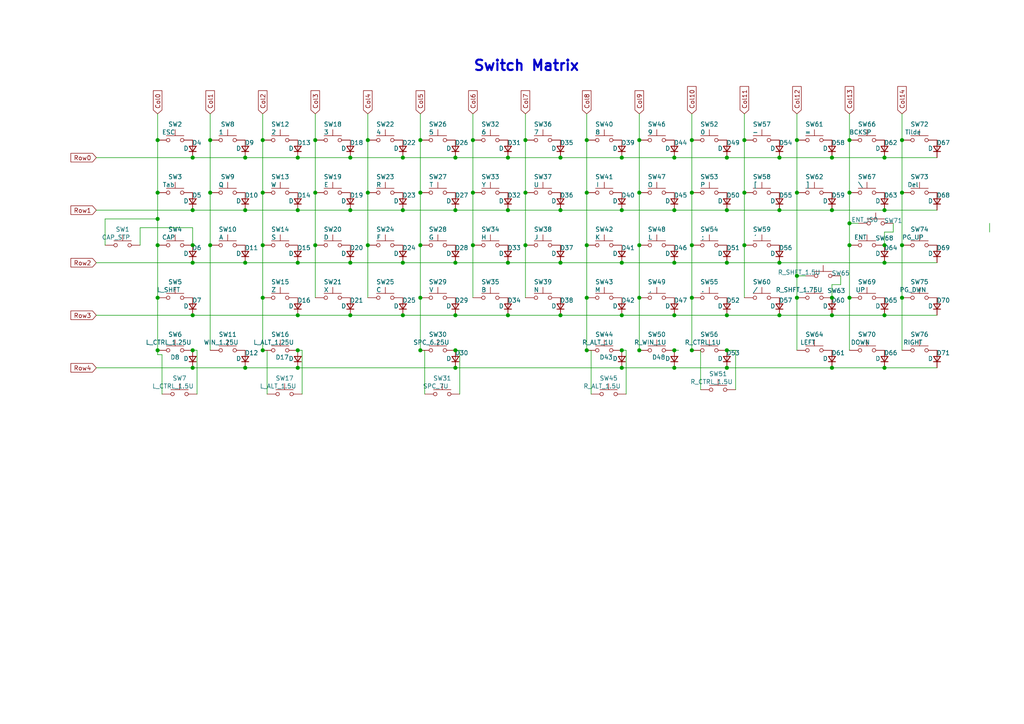
<source format=kicad_sch>
(kicad_sch (version 20201015) (generator eeschema)
  (paper "A4")
  (junction (at -195.58 58.42) (diameter 1.016))
  (junction (at -194.31 214.63) (diameter 1.016))
  (junction (at -190.5 229.87) (diameter 0.9144))
  (junction (at -186.69 214.63) (diameter 1.016))
  (junction (at -162.56 204.47) (diameter 1.016))
  (junction (at -162.56 219.71) (diameter 0.9144))
  (junction (at -135.89 66.04) (diameter 1.016))
  (junction (at -135.89 71.12) (diameter 1.016))
  (junction (at -125.73 59.69) (diameter 0.9144))
  (junction (at -80.01 208.28) (diameter 1.016))
  (junction (at -80.01 215.9) (diameter 1.016))
  (junction (at -68.58 6.35) (diameter 1.016))
  (junction (at -67.31 215.9) (diameter 1.016))
  (junction (at -66.04 21.59) (diameter 1.016))
  (junction (at -64.77 215.9) (diameter 1.016))
  (junction (at -58.42 6.35) (diameter 1.016))
  (junction (at -50.8 215.9) (diameter 1.016))
  (junction (at -40.64 227.33) (diameter 0.9144))
  (junction (at -31.75 214.63) (diameter 1.016))
  (junction (at 45.72 40.64) (diameter 1.016))
  (junction (at 45.72 55.88) (diameter 1.016))
  (junction (at 45.72 63.5) (diameter 1.016))
  (junction (at 45.72 71.12) (diameter 1.016))
  (junction (at 45.72 86.36) (diameter 1.016))
  (junction (at 45.72 101.6) (diameter 1.016))
  (junction (at 55.88 45.72) (diameter 1.016))
  (junction (at 55.88 60.96) (diameter 1.016))
  (junction (at 55.88 71.12) (diameter 1.016))
  (junction (at 55.88 76.2) (diameter 1.016))
  (junction (at 55.88 91.44) (diameter 1.016))
  (junction (at 55.88 101.6) (diameter 1.016))
  (junction (at 55.88 106.68) (diameter 1.016))
  (junction (at 60.96 40.64) (diameter 1.016))
  (junction (at 60.96 55.88) (diameter 1.016))
  (junction (at 60.96 71.12) (diameter 1.016))
  (junction (at 71.12 45.72) (diameter 1.016))
  (junction (at 71.12 60.96) (diameter 1.016))
  (junction (at 71.12 76.2) (diameter 1.016))
  (junction (at 71.12 106.68) (diameter 1.016))
  (junction (at 76.2 40.64) (diameter 1.016))
  (junction (at 76.2 55.88) (diameter 1.016))
  (junction (at 76.2 71.12) (diameter 1.016))
  (junction (at 76.2 86.36) (diameter 1.016))
  (junction (at 76.2 101.6) (diameter 1.016))
  (junction (at 86.36 45.72) (diameter 1.016))
  (junction (at 86.36 60.96) (diameter 1.016))
  (junction (at 86.36 76.2) (diameter 1.016))
  (junction (at 86.36 91.44) (diameter 1.016))
  (junction (at 86.36 101.6) (diameter 1.016))
  (junction (at 86.36 106.68) (diameter 1.016))
  (junction (at 91.44 40.64) (diameter 1.016))
  (junction (at 91.44 55.88) (diameter 1.016))
  (junction (at 91.44 71.12) (diameter 1.016))
  (junction (at 101.6 45.72) (diameter 1.016))
  (junction (at 101.6 60.96) (diameter 1.016))
  (junction (at 101.6 76.2) (diameter 1.016))
  (junction (at 101.6 91.44) (diameter 1.016))
  (junction (at 106.68 40.64) (diameter 1.016))
  (junction (at 106.68 55.88) (diameter 1.016))
  (junction (at 106.68 71.12) (diameter 1.016))
  (junction (at 116.84 45.72) (diameter 1.016))
  (junction (at 116.84 60.96) (diameter 1.016))
  (junction (at 116.84 76.2) (diameter 1.016))
  (junction (at 116.84 91.44) (diameter 1.016))
  (junction (at 121.92 40.64) (diameter 1.016))
  (junction (at 121.92 55.88) (diameter 1.016))
  (junction (at 121.92 71.12) (diameter 1.016))
  (junction (at 121.92 86.36) (diameter 1.016))
  (junction (at 121.92 101.6) (diameter 1.016))
  (junction (at 132.08 45.72) (diameter 1.016))
  (junction (at 132.08 60.96) (diameter 1.016))
  (junction (at 132.08 76.2) (diameter 1.016))
  (junction (at 132.08 91.44) (diameter 1.016))
  (junction (at 132.08 101.6) (diameter 1.016))
  (junction (at 132.08 106.68) (diameter 1.016))
  (junction (at 137.16 40.64) (diameter 1.016))
  (junction (at 137.16 55.88) (diameter 1.016))
  (junction (at 137.16 71.12) (diameter 1.016))
  (junction (at 147.32 45.72) (diameter 1.016))
  (junction (at 147.32 60.96) (diameter 1.016))
  (junction (at 147.32 76.2) (diameter 1.016))
  (junction (at 147.32 91.44) (diameter 1.016))
  (junction (at 152.4 40.64) (diameter 1.016))
  (junction (at 152.4 55.88) (diameter 1.016))
  (junction (at 152.4 71.12) (diameter 1.016))
  (junction (at 162.56 45.72) (diameter 1.016))
  (junction (at 162.56 60.96) (diameter 1.016))
  (junction (at 162.56 76.2) (diameter 1.016))
  (junction (at 162.56 91.44) (diameter 1.016))
  (junction (at 170.18 40.64) (diameter 1.016))
  (junction (at 170.18 55.88) (diameter 1.016))
  (junction (at 170.18 71.12) (diameter 1.016))
  (junction (at 170.18 86.36) (diameter 1.016))
  (junction (at 170.18 101.6) (diameter 1.016))
  (junction (at 180.34 45.72) (diameter 1.016))
  (junction (at 180.34 60.96) (diameter 1.016))
  (junction (at 180.34 76.2) (diameter 1.016))
  (junction (at 180.34 91.44) (diameter 1.016))
  (junction (at 180.34 101.6) (diameter 1.016))
  (junction (at 180.34 106.68) (diameter 1.016))
  (junction (at 185.42 40.64) (diameter 1.016))
  (junction (at 185.42 55.88) (diameter 1.016))
  (junction (at 185.42 71.12) (diameter 1.016))
  (junction (at 185.42 86.36) (diameter 1.016))
  (junction (at 185.42 101.6) (diameter 1.016))
  (junction (at 195.58 45.72) (diameter 1.016))
  (junction (at 195.58 60.96) (diameter 1.016))
  (junction (at 195.58 76.2) (diameter 1.016))
  (junction (at 195.58 91.44) (diameter 1.016))
  (junction (at 195.58 101.6) (diameter 1.016))
  (junction (at 195.58 106.68) (diameter 1.016))
  (junction (at 200.66 40.64) (diameter 1.016))
  (junction (at 200.66 55.88) (diameter 1.016))
  (junction (at 200.66 71.12) (diameter 1.016))
  (junction (at 200.66 86.36) (diameter 1.016))
  (junction (at 200.66 101.6) (diameter 1.016))
  (junction (at 210.82 45.72) (diameter 1.016))
  (junction (at 210.82 60.96) (diameter 1.016))
  (junction (at 210.82 76.2) (diameter 1.016))
  (junction (at 210.82 91.44) (diameter 1.016))
  (junction (at 210.82 101.6) (diameter 1.016))
  (junction (at 210.82 106.68) (diameter 1.016))
  (junction (at 215.9 40.64) (diameter 1.016))
  (junction (at 215.9 55.88) (diameter 1.016))
  (junction (at 215.9 71.12) (diameter 1.016))
  (junction (at 226.06 45.72) (diameter 1.016))
  (junction (at 226.06 60.96) (diameter 1.016))
  (junction (at 226.06 76.2) (diameter 1.016))
  (junction (at 226.06 91.44) (diameter 1.016))
  (junction (at 231.14 40.64) (diameter 1.016))
  (junction (at 231.14 55.88) (diameter 1.016))
  (junction (at 231.14 80.01) (diameter 1.016))
  (junction (at 231.14 86.36) (diameter 1.016))
  (junction (at 241.3 45.72) (diameter 1.016))
  (junction (at 241.3 60.96) (diameter 1.016))
  (junction (at 241.3 86.36) (diameter 1.016))
  (junction (at 241.3 91.44) (diameter 1.016))
  (junction (at 241.3 106.68) (diameter 1.016))
  (junction (at 246.38 40.64) (diameter 1.016))
  (junction (at 246.38 55.88) (diameter 1.016))
  (junction (at 246.38 64.77) (diameter 1.016))
  (junction (at 246.38 71.12) (diameter 1.016))
  (junction (at 246.38 86.36) (diameter 1.016))
  (junction (at 256.54 45.72) (diameter 1.016))
  (junction (at 256.54 60.96) (diameter 1.016))
  (junction (at 256.54 71.12) (diameter 1.016))
  (junction (at 256.54 76.2) (diameter 1.016))
  (junction (at 256.54 91.44) (diameter 1.016))
  (junction (at 256.54 106.68) (diameter 1.016))
  (junction (at 261.62 40.64) (diameter 1.016))
  (junction (at 261.62 55.88) (diameter 1.016))
  (junction (at 261.62 71.12) (diameter 1.016))
  (junction (at 261.62 86.36) (diameter 1.016))
  (no_connect (at -190.5 200.66))
  (no_connect (at -185.42 200.66))
  (no_connect (at -180.34 200.66))
  (no_connect (at -175.26 200.66))
  (no_connect (at -170.18 200.66))
  (no_connect (at -165.1 200.66))
  (no_connect (at -153.67 143.51))
  (no_connect (at -153.67 148.59))
  (no_connect (at -153.67 153.67))
  (no_connect (at -153.67 158.75))
  (no_connect (at -153.67 163.83))
  (no_connect (at -153.67 168.91))
  (no_connect (at -152.4 161.29))
  (no_connect (at -152.4 166.37))
  (no_connect (at -137.16 81.28))
  (no_connect (at -137.16 83.82))
  (no_connect (at -45.72 201.93))
  (wire (pts (xy -199.39 58.42) (xy -195.58 58.42)))
  (wire (pts (xy -199.39 162.56) (xy -221.615 162.56)))
  (wire (pts (xy -195.58 48.26) (xy -195.58 50.8)))
  (wire (pts (xy -195.58 55.88) (xy -195.58 58.42)))
  (wire (pts (xy -195.58 58.42) (xy -195.58 60.96)))
  (wire (pts (xy -195.58 66.04) (xy -195.58 68.58)))
  (wire (pts (xy -194.31 208.28) (xy -194.31 214.63)))
  (wire (pts (xy -194.31 222.25) (xy -194.31 214.63)))
  (wire (pts (xy -194.31 229.87) (xy -194.31 227.33)))
  (wire (pts (xy -193.04 201.93) (xy -193.04 208.28)))
  (wire (pts (xy -193.04 208.28) (xy -194.31 208.28)))
  (wire (pts (xy -190.5 229.87) (xy -194.31 229.87)))
  (wire (pts (xy -187.96 201.93) (xy -187.96 208.28)))
  (wire (pts (xy -187.96 208.28) (xy -186.69 208.28)))
  (wire (pts (xy -186.69 208.28) (xy -186.69 214.63)))
  (wire (pts (xy -186.69 214.63) (xy -186.69 222.25)))
  (wire (pts (xy -186.69 227.33) (xy -186.69 229.87)))
  (wire (pts (xy -186.69 229.87) (xy -190.5 229.87)))
  (wire (pts (xy -172.72 201.93) (xy -172.72 204.47)))
  (wire (pts (xy -167.64 201.93) (xy -167.64 219.71)))
  (wire (pts (xy -162.56 201.93) (xy -162.56 204.47)))
  (wire (pts (xy -162.56 204.47) (xy -172.72 204.47)))
  (wire (pts (xy -162.56 205.74) (xy -162.56 204.47)))
  (wire (pts (xy -162.56 219.71) (xy -167.64 219.71)))
  (wire (pts (xy -160.02 200.66) (xy -160.02 219.71)))
  (wire (pts (xy -160.02 219.71) (xy -162.56 219.71)))
  (wire (pts (xy -137.16 66.04) (xy -135.89 66.04)))
  (wire (pts (xy -137.16 68.58) (xy -135.89 68.58)))
  (wire (pts (xy -137.16 71.12) (xy -135.89 71.12)))
  (wire (pts (xy -137.16 73.66) (xy -135.89 73.66)))
  (wire (pts (xy -135.89 66.04) (xy -133.35 66.04)))
  (wire (pts (xy -135.89 68.58) (xy -135.89 66.04)))
  (wire (pts (xy -135.89 71.12) (xy -133.35 71.12)))
  (wire (pts (xy -135.89 73.66) (xy -135.89 71.12)))
  (wire (pts (xy -133.35 53.34) (xy -137.16 53.34)))
  (wire (pts (xy -133.35 58.42) (xy -137.16 58.42)))
  (wire (pts (xy -133.35 60.96) (xy -137.16 60.96)))
  (wire (pts (xy -128.27 58.42) (xy -125.73 58.42)))
  (wire (pts (xy -128.27 60.96) (xy -125.73 60.96)))
  (wire (pts (xy -125.73 58.42) (xy -125.73 59.69)))
  (wire (pts (xy -125.73 59.69) (xy -121.92 59.69)))
  (wire (pts (xy -125.73 60.96) (xy -125.73 59.69)))
  (wire (pts (xy -104.14 8.89) (xy -87.63 8.89)))
  (wire (pts (xy -96.52 134.62) (xy -95.25 134.62)))
  (wire (pts (xy -91.44 11.43) (xy -87.63 11.43)))
  (wire (pts (xy -90.17 134.62) (xy -87.63 134.62)))
  (wire (pts (xy -88.9 -2.54) (xy -88.9 6.35)))
  (wire (pts (xy -88.9 6.35) (xy -87.63 6.35)))
  (wire (pts (xy -85.09 -2.54) (xy -88.9 -2.54)))
  (wire (pts (xy -81.28 208.28) (xy -80.01 208.28)))
  (wire (pts (xy -80.01 208.28) (xy -80.01 215.9)))
  (wire (pts (xy -80.01 208.28) (xy -72.39 208.28)))
  (wire (pts (xy -80.01 220.98) (xy -80.01 215.9)))
  (wire (pts (xy -80.01 226.06) (xy -80.01 229.87)))
  (wire (pts (xy -78.74 -2.54) (xy -80.01 -2.54)))
  (wire (pts (xy -72.39 215.9) (xy -67.31 215.9)))
  (wire (pts (xy -69.85 6.35) (xy -68.58 6.35)))
  (wire (pts (xy -69.85 11.43) (xy -66.04 11.43)))
  (wire (pts (xy -68.58 -2.54) (xy -71.12 -2.54)))
  (wire (pts (xy -68.58 6.35) (xy -68.58 -2.54)))
  (wire (pts (xy -68.58 6.35) (xy -58.42 6.35)))
  (wire (pts (xy -67.31 215.9) (xy -64.77 215.9)))
  (wire (pts (xy -67.31 220.98) (xy -67.31 215.9)))
  (wire (pts (xy -67.31 226.06) (xy -67.31 229.87)))
  (wire (pts (xy -66.04 11.43) (xy -66.04 15.24)))
  (wire (pts (xy -66.04 20.32) (xy -66.04 21.59)))
  (wire (pts (xy -66.04 21.59) (xy -66.04 22.86)))
  (wire (pts (xy -64.77 199.39) (xy -64.77 203.2)))
  (wire (pts (xy -64.77 213.36) (xy -64.77 215.9)))
  (wire (pts (xy -64.77 215.9) (xy -50.8 215.9)))
  (wire (pts (xy -58.42 6.35) (xy -58.42 15.24)))
  (wire (pts (xy -58.42 6.35) (xy -55.88 6.35)))
  (wire (pts (xy -58.42 20.32) (xy -58.42 21.59)))
  (wire (pts (xy -58.42 21.59) (xy -66.04 21.59)))
  (wire (pts (xy -55.88 199.39) (xy -64.77 199.39)))
  (wire (pts (xy -50.8 214.63) (xy -48.26 214.63)))
  (wire (pts (xy -50.8 215.9) (xy -50.8 214.63)))
  (wire (pts (xy -50.8 217.17) (xy -50.8 215.9)))
  (wire (pts (xy -50.8 217.17) (xy -48.26 217.17)))
  (wire (pts (xy -40.64 224.79) (xy -40.64 227.33)))
  (wire (pts (xy -40.64 227.33) (xy -40.64 228.6)))
  (wire (pts (xy -33.02 214.63) (xy -31.75 214.63)))
  (wire (pts (xy -31.75 214.63) (xy -30.48 214.63)))
  (wire (pts (xy -31.75 222.25) (xy -31.75 214.63)))
  (wire (pts (xy -31.75 227.33) (xy -40.64 227.33)))
  (wire (pts (xy 27.94 45.72) (xy 55.88 45.72)))
  (wire (pts (xy 27.94 60.96) (xy 55.88 60.96)))
  (wire (pts (xy 27.94 76.2) (xy 55.88 76.2)))
  (wire (pts (xy 27.94 91.44) (xy 55.88 91.44)))
  (wire (pts (xy 27.94 106.68) (xy 55.88 106.68)))
  (wire (pts (xy 30.48 63.5) (xy 30.48 71.12)))
  (wire (pts (xy 30.48 63.5) (xy 45.72 63.5)))
  (wire (pts (xy 40.64 66.04) (xy 40.64 71.12)))
  (wire (pts (xy 40.64 66.04) (xy 55.88 66.04)))
  (wire (pts (xy 45.72 33.02) (xy 45.72 40.64)))
  (wire (pts (xy 45.72 40.64) (xy 45.72 55.88)))
  (wire (pts (xy 45.72 55.88) (xy 45.72 63.5)))
  (wire (pts (xy 45.72 63.5) (xy 45.72 71.12)))
  (wire (pts (xy 45.72 71.12) (xy 45.72 86.36)))
  (wire (pts (xy 45.72 86.36) (xy 45.72 101.6)))
  (wire (pts (xy 45.72 101.6) (xy 45.72 102.87)))
  (wire (pts (xy 45.72 102.87) (xy 46.99 102.87)))
  (wire (pts (xy 46.99 114.3) (xy 46.99 102.87)))
  (wire (pts (xy 55.88 45.72) (xy 71.12 45.72)))
  (wire (pts (xy 55.88 60.96) (xy 71.12 60.96)))
  (wire (pts (xy 55.88 66.04) (xy 55.88 71.12)))
  (wire (pts (xy 55.88 76.2) (xy 71.12 76.2)))
  (wire (pts (xy 55.88 91.44) (xy 86.36 91.44)))
  (wire (pts (xy 55.88 101.6) (xy 57.15 101.6)))
  (wire (pts (xy 55.88 106.68) (xy 71.12 106.68)))
  (wire (pts (xy 57.15 101.6) (xy 57.15 114.3)))
  (wire (pts (xy 60.96 33.02) (xy 60.96 40.64)))
  (wire (pts (xy 60.96 40.64) (xy 60.96 55.88)))
  (wire (pts (xy 60.96 55.88) (xy 60.96 71.12)))
  (wire (pts (xy 60.96 71.12) (xy 60.96 101.6)))
  (wire (pts (xy 71.12 45.72) (xy 86.36 45.72)))
  (wire (pts (xy 71.12 60.96) (xy 86.36 60.96)))
  (wire (pts (xy 71.12 76.2) (xy 86.36 76.2)))
  (wire (pts (xy 71.12 106.68) (xy 86.36 106.68)))
  (wire (pts (xy 76.2 33.02) (xy 76.2 40.64)))
  (wire (pts (xy 76.2 40.64) (xy 76.2 55.88)))
  (wire (pts (xy 76.2 55.88) (xy 76.2 71.12)))
  (wire (pts (xy 76.2 71.12) (xy 76.2 86.36)))
  (wire (pts (xy 76.2 86.36) (xy 76.2 101.6)))
  (wire (pts (xy 77.47 101.6) (xy 76.2 101.6)))
  (wire (pts (xy 77.47 114.3) (xy 77.47 101.6)))
  (wire (pts (xy 86.36 45.72) (xy 101.6 45.72)))
  (wire (pts (xy 86.36 60.96) (xy 101.6 60.96)))
  (wire (pts (xy 86.36 76.2) (xy 101.6 76.2)))
  (wire (pts (xy 86.36 91.44) (xy 101.6 91.44)))
  (wire (pts (xy 86.36 101.6) (xy 87.63 101.6)))
  (wire (pts (xy 86.36 106.68) (xy 132.08 106.68)))
  (wire (pts (xy 87.63 101.6) (xy 87.63 114.3)))
  (wire (pts (xy 91.44 33.02) (xy 91.44 40.64)))
  (wire (pts (xy 91.44 40.64) (xy 91.44 55.88)))
  (wire (pts (xy 91.44 55.88) (xy 91.44 71.12)))
  (wire (pts (xy 91.44 71.12) (xy 91.44 86.36)))
  (wire (pts (xy 101.6 45.72) (xy 116.84 45.72)))
  (wire (pts (xy 101.6 60.96) (xy 116.84 60.96)))
  (wire (pts (xy 101.6 76.2) (xy 116.84 76.2)))
  (wire (pts (xy 101.6 91.44) (xy 116.84 91.44)))
  (wire (pts (xy 106.68 33.02) (xy 106.68 40.64)))
  (wire (pts (xy 106.68 40.64) (xy 106.68 55.88)))
  (wire (pts (xy 106.68 55.88) (xy 106.68 71.12)))
  (wire (pts (xy 106.68 71.12) (xy 106.68 86.36)))
  (wire (pts (xy 116.84 45.72) (xy 132.08 45.72)))
  (wire (pts (xy 116.84 60.96) (xy 132.08 60.96)))
  (wire (pts (xy 116.84 76.2) (xy 132.08 76.2)))
  (wire (pts (xy 116.84 91.44) (xy 132.08 91.44)))
  (wire (pts (xy 121.92 33.02) (xy 121.92 40.64)))
  (wire (pts (xy 121.92 40.64) (xy 121.92 55.88)))
  (wire (pts (xy 121.92 55.88) (xy 121.92 71.12)))
  (wire (pts (xy 121.92 71.12) (xy 121.92 86.36)))
  (wire (pts (xy 121.92 86.36) (xy 121.92 101.6)))
  (wire (pts (xy 123.19 101.6) (xy 121.92 101.6)))
  (wire (pts (xy 123.19 114.3) (xy 123.19 101.6)))
  (wire (pts (xy 132.08 45.72) (xy 147.32 45.72)))
  (wire (pts (xy 132.08 60.96) (xy 147.32 60.96)))
  (wire (pts (xy 132.08 76.2) (xy 147.32 76.2)))
  (wire (pts (xy 132.08 91.44) (xy 147.32 91.44)))
  (wire (pts (xy 132.08 101.6) (xy 133.35 101.6)))
  (wire (pts (xy 132.08 106.68) (xy 180.34 106.68)))
  (wire (pts (xy 133.35 101.6) (xy 133.35 114.3)))
  (wire (pts (xy 137.16 33.02) (xy 137.16 40.64)))
  (wire (pts (xy 137.16 40.64) (xy 137.16 55.88)))
  (wire (pts (xy 137.16 55.88) (xy 137.16 71.12)))
  (wire (pts (xy 137.16 71.12) (xy 137.16 86.36)))
  (wire (pts (xy 147.32 45.72) (xy 162.56 45.72)))
  (wire (pts (xy 147.32 60.96) (xy 162.56 60.96)))
  (wire (pts (xy 147.32 76.2) (xy 162.56 76.2)))
  (wire (pts (xy 147.32 91.44) (xy 162.56 91.44)))
  (wire (pts (xy 152.4 33.02) (xy 152.4 40.64)))
  (wire (pts (xy 152.4 40.64) (xy 152.4 55.88)))
  (wire (pts (xy 152.4 55.88) (xy 152.4 71.12)))
  (wire (pts (xy 152.4 71.12) (xy 152.4 86.36)))
  (wire (pts (xy 162.56 45.72) (xy 180.34 45.72)))
  (wire (pts (xy 162.56 60.96) (xy 180.34 60.96)))
  (wire (pts (xy 162.56 76.2) (xy 180.34 76.2)))
  (wire (pts (xy 162.56 91.44) (xy 180.34 91.44)))
  (wire (pts (xy 170.18 33.02) (xy 170.18 40.64)))
  (wire (pts (xy 170.18 40.64) (xy 170.18 55.88)))
  (wire (pts (xy 170.18 55.88) (xy 170.18 71.12)))
  (wire (pts (xy 170.18 71.12) (xy 170.18 86.36)))
  (wire (pts (xy 170.18 86.36) (xy 170.18 101.6)))
  (wire (pts (xy 171.45 101.6) (xy 170.18 101.6)))
  (wire (pts (xy 171.45 114.3) (xy 171.45 101.6)))
  (wire (pts (xy 180.34 45.72) (xy 195.58 45.72)))
  (wire (pts (xy 180.34 60.96) (xy 195.58 60.96)))
  (wire (pts (xy 180.34 76.2) (xy 195.58 76.2)))
  (wire (pts (xy 180.34 91.44) (xy 195.58 91.44)))
  (wire (pts (xy 180.34 101.6) (xy 181.61 101.6)))
  (wire (pts (xy 180.34 106.68) (xy 195.58 106.68)))
  (wire (pts (xy 181.61 101.6) (xy 181.61 114.3)))
  (wire (pts (xy 185.42 33.02) (xy 185.42 40.64)))
  (wire (pts (xy 185.42 40.64) (xy 185.42 55.88)))
  (wire (pts (xy 185.42 55.88) (xy 185.42 71.12)))
  (wire (pts (xy 185.42 71.12) (xy 185.42 86.36)))
  (wire (pts (xy 185.42 86.36) (xy 185.42 101.6)))
  (wire (pts (xy 186.69 101.6) (xy 185.42 101.6)))
  (wire (pts (xy 195.58 45.72) (xy 210.82 45.72)))
  (wire (pts (xy 195.58 60.96) (xy 210.82 60.96)))
  (wire (pts (xy 195.58 76.2) (xy 210.82 76.2)))
  (wire (pts (xy 195.58 91.44) (xy 210.82 91.44)))
  (wire (pts (xy 195.58 101.6) (xy 196.85 101.6)))
  (wire (pts (xy 195.58 106.68) (xy 210.82 106.68)))
  (wire (pts (xy 200.66 33.02) (xy 200.66 40.64)))
  (wire (pts (xy 200.66 40.64) (xy 200.66 55.88)))
  (wire (pts (xy 200.66 55.88) (xy 200.66 71.12)))
  (wire (pts (xy 200.66 71.12) (xy 200.66 86.36)))
  (wire (pts (xy 200.66 86.36) (xy 200.66 101.6)))
  (wire (pts (xy 203.2 101.6) (xy 200.66 101.6)))
  (wire (pts (xy 203.2 113.03) (xy 203.2 101.6)))
  (wire (pts (xy 210.82 45.72) (xy 226.06 45.72)))
  (wire (pts (xy 210.82 60.96) (xy 226.06 60.96)))
  (wire (pts (xy 210.82 76.2) (xy 226.06 76.2)))
  (wire (pts (xy 210.82 91.44) (xy 226.06 91.44)))
  (wire (pts (xy 210.82 106.68) (xy 241.3 106.68)))
  (wire (pts (xy 213.36 101.6) (xy 210.82 101.6)))
  (wire (pts (xy 213.36 113.03) (xy 213.36 101.6)))
  (wire (pts (xy 215.9 33.02) (xy 215.9 40.64)))
  (wire (pts (xy 215.9 40.64) (xy 215.9 55.88)))
  (wire (pts (xy 215.9 55.88) (xy 215.9 71.12)))
  (wire (pts (xy 215.9 71.12) (xy 215.9 86.36)))
  (wire (pts (xy 226.06 45.72) (xy 241.3 45.72)))
  (wire (pts (xy 226.06 60.96) (xy 241.3 60.96)))
  (wire (pts (xy 226.06 76.2) (xy 256.54 76.2)))
  (wire (pts (xy 226.06 91.44) (xy 241.3 91.44)))
  (wire (pts (xy 231.14 33.02) (xy 231.14 40.64)))
  (wire (pts (xy 231.14 40.64) (xy 231.14 55.88)))
  (wire (pts (xy 231.14 55.88) (xy 231.14 80.01)))
  (wire (pts (xy 231.14 80.01) (xy 231.14 86.36)))
  (wire (pts (xy 231.14 80.01) (xy 233.68 80.01)))
  (wire (pts (xy 231.14 86.36) (xy 231.14 101.6)))
  (wire (pts (xy 241.3 45.72) (xy 256.54 45.72)))
  (wire (pts (xy 241.3 60.96) (xy 256.54 60.96)))
  (wire (pts (xy 241.3 82.55) (xy 241.3 86.36)))
  (wire (pts (xy 241.3 91.44) (xy 256.54 91.44)))
  (wire (pts (xy 241.3 106.68) (xy 256.54 106.68)))
  (wire (pts (xy 243.84 80.01) (xy 243.84 82.55)))
  (wire (pts (xy 243.84 82.55) (xy 241.3 82.55)))
  (wire (pts (xy 246.38 33.02) (xy 246.38 40.64)))
  (wire (pts (xy 246.38 40.64) (xy 246.38 55.88)))
  (wire (pts (xy 246.38 55.88) (xy 246.38 64.77)))
  (wire (pts (xy 246.38 64.77) (xy 246.38 71.12)))
  (wire (pts (xy 246.38 64.77) (xy 248.92 64.77)))
  (wire (pts (xy 246.38 71.12) (xy 246.38 86.36)))
  (wire (pts (xy 246.38 86.36) (xy 246.38 101.6)))
  (wire (pts (xy 256.54 45.72) (xy 271.78 45.72)))
  (wire (pts (xy 256.54 60.96) (xy 271.78 60.96)))
  (wire (pts (xy 256.54 67.31) (xy 256.54 71.12)))
  (wire (pts (xy 256.54 76.2) (xy 271.78 76.2)))
  (wire (pts (xy 256.54 91.44) (xy 271.78 91.44)))
  (wire (pts (xy 256.54 106.68) (xy 271.78 106.68)))
  (wire (pts (xy 259.08 64.77) (xy 259.08 67.31)))
  (wire (pts (xy 259.08 67.31) (xy 256.54 67.31)))
  (wire (pts (xy 261.62 33.02) (xy 261.62 40.64)))
  (wire (pts (xy 261.62 40.64) (xy 261.62 55.88)))
  (wire (pts (xy 261.62 55.88) (xy 261.62 71.12)))
  (wire (pts (xy 261.62 71.12) (xy 261.62 86.36)))
  (wire (pts (xy 261.62 86.36) (xy 261.62 101.6)))
  (wire (pts (xy 287.02 64.77) (xy 287.02 67.31)))
  (text "Battery Measure" (at -224.79 41.91 0) (effects (font (size 2.9972 2.9972) (thickness 0.5994) bold) (justify left bottom)))
  (text "USB" (at -165.1 45.72 0) (effects (font (size 2.9972 2.9972) (thickness 0.5994) bold) (justify left bottom)))
  (text "BLE Module" (at -148.59 224.79 180) (effects (font (size 2.9972 2.9972) (thickness 0.5994) bold) (justify right bottom)))
  (text "LiPo Charger" (at -95.25 -12.7 0) (effects (font (size 2.9972 2.9972) (thickness 0.5994) bold) (justify left bottom)))
  (text "Power & Filtering" (at -85.09 190.5 0) (effects (font (size 2.9972 2.9972) (thickness 0.5994) bold) (justify left bottom)))
  (text "R_prog\n10k -> 100mA" (at -68.58 21.59 180) (effects (font (size 1.27 1.27)) (justify right bottom)))
  (text "Reset" (at -45.72 146.05 0) (effects (font (size 2.9972 2.9972) (thickness 0.5994) bold) (justify left bottom)))
  (text "Debug Header" (at 12.7 -20.32 0) (effects (font (size 2.9972 2.9972) (thickness 0.5994) bold) (justify left bottom)))
  (text "Battery Connection" (at 80.01 -20.32 0) (effects (font (size 2.9972 2.9972) (thickness 0.5994) bold) (justify left bottom)))
  (text "Switch Matrix" (at 137.16 20.955 0) (effects (font (size 2.9972 2.9972) (thickness 0.5994) bold) (justify left bottom)))
  (global_label "row1" (shape input) (at -245.11 147.32 180) (property "Intersheet References" "${INTERSHEET_REFS}" (effects hide)))
  (global_label "row0" (shape input) (at -238.76 149.86 180) (property "Intersheet References" "${INTERSHEET_REFS}" (effects hide)))
  (global_label "col5" (shape input) (at -237.49 144.78 180) (property "Intersheet References" "${INTERSHEET_REFS}" (effects hide)))
  (global_label "col4" (shape input) (at -237.49 153.67 180) (property "Intersheet References" "${INTERSHEET_REFS}" (effects hide)))
  (global_label "col3" (shape input) (at -237.49 156.21 180) (property "Intersheet References" "${INTERSHEET_REFS}" (effects hide)))
  (global_label "col2" (shape input) (at -237.49 158.75 180) (property "Intersheet References" "${INTERSHEET_REFS}" (effects hide)))
  (global_label "col1" (shape input) (at -237.49 161.29 180) (property "Intersheet References" "${INTERSHEET_REFS}" (effects hide)))
  (global_label "col0" (shape input) (at -237.49 163.83 180) (property "Intersheet References" "${INTERSHEET_REFS}" (effects hide)))
  (global_label "ENCA" (shape input) (at -229.87 143.51 0) (property "Intersheet References" "${INTERSHEET_REFS}" (effects hide)))
  (global_label "ENCB" (shape input) (at -228.6 148.59 0) (property "Intersheet References" "${INTERSHEET_REFS}" (effects hide)))
  (global_label "row2" (shape input) (at -228.6 190.5 270) (property "Intersheet References" "${INTERSHEET_REFS}" (effects hide)))
  (global_label "row4" (shape input) (at -219.71 133.35 0) (property "Intersheet References" "${INTERSHEET_REFS}" (effects hide)))
  (global_label "P0.05" (shape input) (at -218.44 189.23 270) (property "Intersheet References" "${INTERSHEET_REFS}" (effects hide)))
  (global_label "row3" (shape input) (at -214.63 127 0) (property "Intersheet References" "${INTERSHEET_REFS}" (effects hide)))
  (global_label "BATTERY_MEASURE" (shape input) (at -199.39 58.42 180) (property "Intersheet References" "${INTERSHEET_REFS}" (effects hide)))
  (global_label "BATTERY_MEASURE" (shape input) (at -199.39 157.48 180) (property "Intersheet References" "${INTERSHEET_REFS}" (effects hide)))
  (global_label "VBAT" (shape input) (at -195.58 48.26 90) (property "Intersheet References" "${INTERSHEET_REFS}" (effects hide)))
  (global_label "VDD_H" (shape input) (at -162.56 205.74 270) (property "Intersheet References" "${INTERSHEET_REFS}" (effects hide)))
  (global_label "SWC" (shape input) (at -152.4 151.13 0) (property "Intersheet References" "${INTERSHEET_REFS}" (effects hide)))
  (global_label "SWD" (shape input) (at -152.4 156.21 0) (property "Intersheet References" "${INTERSHEET_REFS}" (effects hide)))
  (global_label "D+" (shape input) (at -152.4 171.45 0) (property "Intersheet References" "${INTERSHEET_REFS}" (effects hide)))
  (global_label "D-" (shape input) (at -152.4 176.53 0) (property "Intersheet References" "${INTERSHEET_REFS}" (effects hide)))
  (global_label "VBUS" (shape input) (at -152.4 181.61 0) (property "Intersheet References" "${INTERSHEET_REFS}" (effects hide)))
  (global_label "RESET" (shape input) (at -152.4 184.15 0) (property "Intersheet References" "${INTERSHEET_REFS}" (effects hide)))
  (global_label "VBUS" (shape input) (at -133.35 53.34 0) (property "Intersheet References" "${INTERSHEET_REFS}" (effects hide)))
  (global_label "D-" (shape input) (at -133.35 66.04 0) (property "Intersheet References" "${INTERSHEET_REFS}" (effects hide)))
  (global_label "D+" (shape input) (at -133.35 71.12 0) (property "Intersheet References" "${INTERSHEET_REFS}" (effects hide)))
  (global_label "P0.05" (shape input) (at -104.14 134.62 180) (property "Intersheet References" "${INTERSHEET_REFS}" (effects hide)))
  (global_label "VBAT" (shape input) (at -91.44 11.43 180) (property "Intersheet References" "${INTERSHEET_REFS}" (effects hide)))
  (global_label "VBUS" (shape input) (at -81.28 208.28 180) (property "Intersheet References" "${INTERSHEET_REFS}" (effects hide)))
  (global_label "BATT_SWITCHED" (shape input) (at -64.77 199.39 180) (property "Intersheet References" "${INTERSHEET_REFS}" (effects hide)))
  (global_label "VBUS" (shape input) (at -55.88 6.35 0) (property "Intersheet References" "${INTERSHEET_REFS}" (effects hide)))
  (global_label "VBAT" (shape input) (at -45.72 196.85 0) (property "Intersheet References" "${INTERSHEET_REFS}" (effects hide)))
  (global_label "RESET" (shape input) (at -43.18 154.94 180) (property "Intersheet References" "${INTERSHEET_REFS}" (effects hide)))
  (global_label "VDD_H" (shape input) (at -30.48 214.63 0) (property "Intersheet References" "${INTERSHEET_REFS}" (effects hide)))
  (global_label "Row0" (shape input) (at 27.94 45.72 180) (property "Intersheet References" "${INTERSHEET_REFS}" (effects hide)))
  (global_label "Row1" (shape input) (at 27.94 60.96 180) (property "Intersheet References" "${INTERSHEET_REFS}" (effects hide)))
  (global_label "Row2" (shape input) (at 27.94 76.2 180) (property "Intersheet References" "${INTERSHEET_REFS}" (effects hide)))
  (global_label "Row3" (shape input) (at 27.94 91.44 180) (property "Intersheet References" "${INTERSHEET_REFS}" (effects hide)))
  (global_label "Row4" (shape input) (at 27.94 106.68 180) (property "Intersheet References" "${INTERSHEET_REFS}" (effects hide)))
  (global_label "GND" (shape input) (at 31.75 -17.78 180) (property "Intersheet References" "${INTERSHEET_REFS}" (effects hide)))
  (global_label "VDD_H" (shape input) (at 31.75 -15.24 180) (property "Intersheet References" "${INTERSHEET_REFS}" (effects hide)))
  (global_label "SWD" (shape input) (at 31.75 -12.7 180) (property "Intersheet References" "${INTERSHEET_REFS}" (effects hide)))
  (global_label "SWC" (shape input) (at 31.75 -10.16 180) (property "Intersheet References" "${INTERSHEET_REFS}" (effects hide)))
  (global_label "Col0" (shape input) (at 45.72 33.02 90) (property "Intersheet References" "${INTERSHEET_REFS}" (effects hide)))
  (global_label "Col1" (shape input) (at 60.96 33.02 90) (property "Intersheet References" "${INTERSHEET_REFS}" (effects hide)))
  (global_label "Col2" (shape input) (at 76.2 33.02 90) (property "Intersheet References" "${INTERSHEET_REFS}" (effects hide)))
  (global_label "Col3" (shape input) (at 91.44 33.02 90) (property "Intersheet References" "${INTERSHEET_REFS}" (effects hide)))
  (global_label "GND" (shape input) (at 97.155 -13.335 180) (property "Intersheet References" "${INTERSHEET_REFS}" (effects hide)))
  (global_label "VBAT" (shape input) (at 97.155 -10.795 180) (property "Intersheet References" "${INTERSHEET_REFS}" (effects hide)))
  (global_label "Col4" (shape input) (at 106.68 33.02 90) (property "Intersheet References" "${INTERSHEET_REFS}" (effects hide)))
  (global_label "Col5" (shape input) (at 121.92 33.02 90) (property "Intersheet References" "${INTERSHEET_REFS}" (effects hide)))
  (global_label "Col6" (shape input) (at 137.16 33.02 90) (property "Intersheet References" "${INTERSHEET_REFS}" (effects hide)))
  (global_label "Col7" (shape input) (at 152.4 33.02 90) (property "Intersheet References" "${INTERSHEET_REFS}" (effects hide)))
  (global_label "Col8" (shape input) (at 170.18 33.02 90) (property "Intersheet References" "${INTERSHEET_REFS}" (effects hide)))
  (global_label "Col9" (shape input) (at 185.42 33.02 90) (property "Intersheet References" "${INTERSHEET_REFS}" (effects hide)))
  (global_label "Col10" (shape input) (at 200.66 33.02 90) (property "Intersheet References" "${INTERSHEET_REFS}" (effects hide)))
  (global_label "Col11" (shape input) (at 215.9 33.02 90) (property "Intersheet References" "${INTERSHEET_REFS}" (effects hide)))
  (global_label "Col12" (shape input) (at 231.14 33.02 90) (property "Intersheet References" "${INTERSHEET_REFS}" (effects hide)))
  (global_label "Col13" (shape input) (at 246.38 33.02 90) (property "Intersheet References" "${INTERSHEET_REFS}" (effects hide)))
  (global_label "Col14" (shape input) (at 261.62 33.02 90) (property "Intersheet References" "${INTERSHEET_REFS}" (effects hide)))
  (symbol (lib_id "power:GND") (at -221.615 162.56 180) (unit 1)
    (property "Reference" "#PWR05" (effects hide))
    (property "Value" "GND" (at -221.742 158.1658 0))
  )
  (symbol (lib_id "power:GND") (at -195.58 68.58 0) (unit 1)
    (property "Reference" "#PWR01" (effects hide))
    (property "Value" "GND" (at -195.453 72.9742 0))
  )
  (symbol (lib_id "power:GND") (at -190.5 229.87 180) (unit 1)
    (property "Reference" "#PWR03" (effects hide))
    (property "Value" "GND" (at -190.627 225.4758 0))
  )
  (symbol (lib_id "power:GND") (at -162.56 219.71 180) (unit 1)
    (property "Reference" "#PWR02" (effects hide))
    (property "Value" "GND" (at -162.687 215.3158 0))
  )
  (symbol (lib_id "power:GND") (at -152.4 91.44 0) (unit 1)
    (property "Reference" "#PWR04" (effects hide))
    (property "Value" "GND" (at -152.2857 95.7644 0))
  )
  (symbol (lib_id "power:GND") (at -121.92 59.69 0) (unit 1)
    (property "Reference" "#PWR06" (effects hide))
    (property "Value" "GND" (at -121.793 64.0842 0))
  )
  (symbol (lib_id "power:GND") (at -104.14 8.89 0) (unit 1)
    (property "Reference" "#PWR07" (effects hide))
    (property "Value" "GND" (at -104.013 13.2842 0))
  )
  (symbol (lib_id "power:GND") (at -87.63 134.62 0) (unit 1)
    (property "Reference" "#PWR08" (effects hide))
    (property "Value" "GND" (at -87.503 139.0142 0))
  )
  (symbol (lib_id "power:GND") (at -80.01 229.87 0) (unit 1)
    (property "Reference" "#PWR09" (effects hide))
    (property "Value" "GND" (at -79.883 234.2642 0))
  )
  (symbol (lib_id "power:GND") (at -67.31 229.87 0) (unit 1)
    (property "Reference" "#PWR010" (effects hide))
    (property "Value" "GND" (at -67.183 234.2642 0))
  )
  (symbol (lib_id "power:GND") (at -66.04 22.86 0) (unit 1)
    (property "Reference" "#PWR011" (effects hide))
    (property "Value" "GND" (at -65.913 27.2542 0))
  )
  (symbol (lib_id "power:GND") (at -40.64 228.6 0) (unit 1)
    (property "Reference" "#PWR012" (effects hide))
    (property "Value" "GND" (at -40.513 232.9942 0))
  )
  (symbol (lib_id "power:GND") (at -33.02 154.94 0) (unit 1)
    (property "Reference" "#PWR013" (effects hide))
    (property "Value" "GND" (at -32.893 159.3342 0))
  )
  (symbol (lib_id "Device:R_Small") (at -195.58 53.34 0) (unit 1)
    (property "Reference" "R1" (at -200.66 54.61 90) (effects (justify left)))
    (property "Value" "820k" (at -198.12 54.61 90) (effects (justify left)))
    (property "Footprint" "Resistor_SMD:R_0603_1608Metric_Pad0.98x0.95mm_HandSolder" (effects hide))
  )
  (symbol (lib_id "Device:R_Small") (at -195.58 63.5 0) (unit 1)
    (property "Reference" "R2" (at -200.66 64.77 90) (effects (justify left)))
    (property "Value" "2M" (at -198.12 64.77 90) (effects (justify left)))
    (property "Footprint" "Resistor_SMD:R_0603_1608Metric_Pad0.98x0.95mm_HandSolder" (effects hide))
  )
  (symbol (lib_id "Device:R_Small") (at -130.81 58.42 90) (unit 1)
    (property "Reference" "R3" (at -132.08 57.15 90) (effects (justify left)))
    (property "Value" "5.1k" (at -125.095 57.15 90) (effects (justify left)))
    (property "Footprint" "Resistor_SMD:R_0603_1608Metric_Pad0.98x0.95mm_HandSolder" (effects hide))
  )
  (symbol (lib_id "Device:R_Small") (at -130.81 60.96 90) (unit 1)
    (property "Reference" "R4" (at -132.08 62.23 90) (effects (justify left)))
    (property "Value" "5.1k" (at -125.095 62.23 90) (effects (justify left)))
    (property "Footprint" "Resistor_SMD:R_0603_1608Metric_Pad0.98x0.95mm_HandSolder" (effects hide))
  )
  (symbol (lib_id "Device:R_Small") (at -92.71 134.62 90) (unit 1)
    (property "Reference" "R5" (at -92.71 139.5984 90))
    (property "Value" "1k" (at -92.71 137.287 90))
    (property "Footprint" "Resistor_SMD:R_0603_1608Metric_Pad0.98x0.95mm_HandSolder" (effects hide))
  )
  (symbol (lib_id "Device:R_Small") (at -82.55 -2.54 270) (unit 1)
    (property "Reference" "R6" (at -82.55 -7.5184 90))
    (property "Value" "1k" (at -82.55 -5.207 90))
    (property "Footprint" "Resistor_SMD:R_0603_1608Metric_Pad0.98x0.95mm_HandSolder" (effects hide))
  )
  (symbol (lib_id "Device:R_Small") (at -80.01 223.52 0) (unit 1)
    (property "Reference" "R7" (at -78.5114 222.3516 0) (effects (justify left)))
    (property "Value" "100k" (at -78.5114 224.663 0) (effects (justify left)))
    (property "Footprint" "Resistor_SMD:R_0603_1608Metric_Pad0.98x0.95mm_HandSolder" (effects hide))
  )
  (symbol (lib_id "Device:R_Small") (at -66.04 17.78 0) (unit 1)
    (property "Reference" "R8" (at -64.5414 16.6116 0) (effects (justify left)))
    (property "Value" "10k" (at -64.5414 18.923 0) (effects (justify left)))
    (property "Footprint" "Resistor_SMD:R_0603_1608Metric_Pad0.98x0.95mm_HandSolder" (effects hide))
  )
  (symbol (lib_id "Device:D_Small") (at 55.88 43.18 90) (unit 1)
    (property "Reference" "D4" (at 55.7531 41.3956 90) (effects (justify right)))
    (property "Value" "D" (at 53.213 43.059 90) (effects (justify right)))
    (property "Footprint" "Diode_SMD:D_SOD-123" (effects hide))
  )
  (symbol (lib_id "Device:D_Small") (at 55.88 58.42 90) (unit 1)
    (property "Reference" "D5" (at 55.7531 56.6356 90) (effects (justify right)))
    (property "Value" "D" (at 53.213 58.299 90) (effects (justify right)))
    (property "Footprint" "Diode_SMD:D_SOD-123" (effects hide))
  )
  (symbol (lib_id "Device:D_Small") (at 55.88 73.66 90) (unit 1)
    (property "Reference" "D6" (at 55.7531 71.8756 90) (effects (justify right)))
    (property "Value" "D" (at 53.213 73.539 90) (effects (justify right)))
    (property "Footprint" "Diode_SMD:D_SOD-123" (effects hide))
  )
  (symbol (lib_id "Device:D_Small") (at 55.88 88.9 90) (unit 1)
    (property "Reference" "D7" (at 55.7531 87.1156 90) (effects (justify right)))
    (property "Value" "D" (at 53.213 88.779 90) (effects (justify right)))
    (property "Footprint" "Diode_SMD:D_SOD-123" (effects hide))
  )
  (symbol (lib_id "Device:D_Small") (at 55.88 104.14 90) (unit 1)
    (property "Reference" "D8" (at 49.4031 103.6256 90) (effects (justify right)))
    (property "Value" "D" (at 53.213 104.019 90) (effects (justify right)))
    (property "Footprint" "Diode_SMD:D_SOD-123" (effects hide))
  )
  (symbol (lib_id "Device:D_Small") (at 71.12 43.18 90) (unit 1)
    (property "Reference" "D9" (at 70.9931 41.3956 90) (effects (justify right)))
    (property "Value" "D" (at 68.453 43.059 90) (effects (justify right)))
    (property "Footprint" "Diode_SMD:D_SOD-123" (effects hide))
  )
  (symbol (lib_id "Device:D_Small") (at 71.12 58.42 90) (unit 1)
    (property "Reference" "D10" (at 70.9931 56.6356 90) (effects (justify right)))
    (property "Value" "D" (at 68.453 58.299 90) (effects (justify right)))
    (property "Footprint" "Diode_SMD:D_SOD-123" (effects hide))
  )
  (symbol (lib_id "Device:D_Small") (at 71.12 73.66 90) (unit 1)
    (property "Reference" "D11" (at 70.9931 71.8756 90) (effects (justify right)))
    (property "Value" "D" (at 68.453 73.539 90) (effects (justify right)))
    (property "Footprint" "Diode_SMD:D_SOD-123" (effects hide))
  )
  (symbol (lib_id "Device:D_Small") (at 71.12 104.14 90) (unit 1)
    (property "Reference" "D12" (at 70.9931 102.3556 90) (effects (justify right)))
    (property "Value" "D" (at 68.453 104.019 90) (effects (justify right)))
    (property "Footprint" "Diode_SMD:D_SOD-123" (effects hide))
  )
  (symbol (lib_id "Device:D_Small") (at 86.36 43.18 90) (unit 1)
    (property "Reference" "D13" (at 86.2331 41.3956 90) (effects (justify right)))
    (property "Value" "D" (at 83.693 43.059 90) (effects (justify right)))
    (property "Footprint" "Diode_SMD:D_SOD-123" (effects hide))
  )
  (symbol (lib_id "Device:D_Small") (at 86.36 58.42 90) (unit 1)
    (property "Reference" "D14" (at 86.2331 56.6356 90) (effects (justify right)))
    (property "Value" "D" (at 83.693 58.299 90) (effects (justify right)))
    (property "Footprint" "Diode_SMD:D_SOD-123" (effects hide))
  )
  (symbol (lib_id "Device:D_Small") (at 86.36 73.66 90) (unit 1)
    (property "Reference" "D15" (at 86.2331 71.8756 90) (effects (justify right)))
    (property "Value" "D" (at 83.693 73.539 90) (effects (justify right)))
    (property "Footprint" "Diode_SMD:D_SOD-123" (effects hide))
  )
  (symbol (lib_id "Device:D_Small") (at 86.36 88.9 90) (unit 1)
    (property "Reference" "D16" (at 86.2331 87.1156 90) (effects (justify right)))
    (property "Value" "D" (at 83.693 88.779 90) (effects (justify right)))
    (property "Footprint" "Diode_SMD:D_SOD-123" (effects hide))
  )
  (symbol (lib_id "Device:D_Small") (at 86.36 104.14 90) (unit 1)
    (property "Reference" "D17" (at 79.8831 103.6256 90) (effects (justify right)))
    (property "Value" "D" (at 83.693 104.019 90) (effects (justify right)))
    (property "Footprint" "Diode_SMD:D_SOD-123" (effects hide))
  )
  (symbol (lib_id "Device:D_Small") (at 101.6 43.18 90) (unit 1)
    (property "Reference" "D18" (at 101.4731 41.3956 90) (effects (justify right)))
    (property "Value" "D" (at 98.933 43.059 90) (effects (justify right)))
    (property "Footprint" "Diode_SMD:D_SOD-123" (effects hide))
  )
  (symbol (lib_id "Device:D_Small") (at 101.6 58.42 90) (unit 1)
    (property "Reference" "D19" (at 101.4731 56.6356 90) (effects (justify right)))
    (property "Value" "D" (at 98.933 58.299 90) (effects (justify right)))
    (property "Footprint" "Diode_SMD:D_SOD-123" (effects hide))
  )
  (symbol (lib_id "Device:D_Small") (at 101.6 73.66 90) (unit 1)
    (property "Reference" "D20" (at 101.4731 71.8756 90) (effects (justify right)))
    (property "Value" "D" (at 98.933 73.539 90) (effects (justify right)))
    (property "Footprint" "Diode_SMD:D_SOD-123" (effects hide))
  )
  (symbol (lib_id "Device:D_Small") (at 101.6 88.9 90) (unit 1)
    (property "Reference" "D21" (at 101.4731 87.1156 90) (effects (justify right)))
    (property "Value" "D" (at 98.933 88.779 90) (effects (justify right)))
    (property "Footprint" "Diode_SMD:D_SOD-123" (effects hide))
  )
  (symbol (lib_id "Device:D_Small") (at 116.84 43.18 90) (unit 1)
    (property "Reference" "D22" (at 116.7131 41.3956 90) (effects (justify right)))
    (property "Value" "D" (at 114.173 43.059 90) (effects (justify right)))
    (property "Footprint" "Diode_SMD:D_SOD-123" (effects hide))
  )
  (symbol (lib_id "Device:D_Small") (at 116.84 58.42 90) (unit 1)
    (property "Reference" "D23" (at 116.7131 56.6356 90) (effects (justify right)))
    (property "Value" "D" (at 114.173 58.299 90) (effects (justify right)))
    (property "Footprint" "Diode_SMD:D_SOD-123" (effects hide))
  )
  (symbol (lib_id "Device:D_Small") (at 116.84 73.66 90) (unit 1)
    (property "Reference" "D24" (at 116.7131 71.8756 90) (effects (justify right)))
    (property "Value" "D" (at 114.173 73.539 90) (effects (justify right)))
    (property "Footprint" "Diode_SMD:D_SOD-123" (effects hide))
  )
  (symbol (lib_id "Device:D_Small") (at 116.84 88.9 90) (unit 1)
    (property "Reference" "D25" (at 116.7131 87.1156 90) (effects (justify right)))
    (property "Value" "D" (at 114.173 88.779 90) (effects (justify right)))
    (property "Footprint" "Diode_SMD:D_SOD-123" (effects hide))
  )
  (symbol (lib_id "Device:D_Small") (at 132.08 43.18 90) (unit 1)
    (property "Reference" "D26" (at 131.9531 41.3956 90) (effects (justify right)))
    (property "Value" "D" (at 129.413 43.059 90) (effects (justify right)))
    (property "Footprint" "Diode_SMD:D_SOD-123" (effects hide))
  )
  (symbol (lib_id "Device:D_Small") (at 132.08 58.42 90) (unit 1)
    (property "Reference" "D27" (at 131.9531 56.6356 90) (effects (justify right)))
    (property "Value" "D" (at 129.413 58.299 90) (effects (justify right)))
    (property "Footprint" "Diode_SMD:D_SOD-123" (effects hide))
  )
  (symbol (lib_id "Device:D_Small") (at 132.08 73.66 90) (unit 1)
    (property "Reference" "D28" (at 131.9531 71.8756 90) (effects (justify right)))
    (property "Value" "D" (at 129.413 73.539 90) (effects (justify right)))
    (property "Footprint" "Diode_SMD:D_SOD-123" (effects hide))
  )
  (symbol (lib_id "Device:D_Small") (at 132.08 88.9 90) (unit 1)
    (property "Reference" "D29" (at 131.9531 87.1156 90) (effects (justify right)))
    (property "Value" "D" (at 129.413 88.779 90) (effects (justify right)))
    (property "Footprint" "Diode_SMD:D_SOD-123" (effects hide))
  )
  (symbol (lib_id "Device:D_Small") (at 132.08 104.14 90) (unit 1)
    (property "Reference" "D30" (at 131.9531 102.3556 90) (effects (justify right)))
    (property "Value" "D" (at 129.413 104.019 90) (effects (justify right)))
    (property "Footprint" "Diode_SMD:D_SOD-123" (effects hide))
  )
  (symbol (lib_id "Device:D_Small") (at 147.32 43.18 90) (unit 1)
    (property "Reference" "D31" (at 147.1931 41.3956 90) (effects (justify right)))
    (property "Value" "D" (at 144.653 43.059 90) (effects (justify right)))
    (property "Footprint" "Diode_SMD:D_SOD-123" (effects hide))
  )
  (symbol (lib_id "Device:D_Small") (at 147.32 58.42 90) (unit 1)
    (property "Reference" "D32" (at 147.1931 56.6356 90) (effects (justify right)))
    (property "Value" "D" (at 144.653 58.299 90) (effects (justify right)))
    (property "Footprint" "Diode_SMD:D_SOD-123" (effects hide))
  )
  (symbol (lib_id "Device:D_Small") (at 147.32 73.66 90) (unit 1)
    (property "Reference" "D33" (at 147.1931 71.8756 90) (effects (justify right)))
    (property "Value" "D" (at 144.653 73.539 90) (effects (justify right)))
    (property "Footprint" "Diode_SMD:D_SOD-123" (effects hide))
  )
  (symbol (lib_id "Device:D_Small") (at 147.32 88.9 90) (unit 1)
    (property "Reference" "D34" (at 147.1931 87.1156 90) (effects (justify right)))
    (property "Value" "D" (at 144.653 88.779 90) (effects (justify right)))
    (property "Footprint" "Diode_SMD:D_SOD-123" (effects hide))
  )
  (symbol (lib_id "Device:D_Small") (at 162.56 43.18 90) (unit 1)
    (property "Reference" "D35" (at 162.4331 41.3956 90) (effects (justify right)))
    (property "Value" "D" (at 159.893 43.059 90) (effects (justify right)))
    (property "Footprint" "Diode_SMD:D_SOD-123" (effects hide))
  )
  (symbol (lib_id "Device:D_Small") (at 162.56 58.42 90) (unit 1)
    (property "Reference" "D36" (at 162.4331 56.6356 90) (effects (justify right)))
    (property "Value" "D" (at 159.893 58.299 90) (effects (justify right)))
    (property "Footprint" "Diode_SMD:D_SOD-123" (effects hide))
  )
  (symbol (lib_id "Device:D_Small") (at 162.56 73.66 90) (unit 1)
    (property "Reference" "D37" (at 162.4331 71.8756 90) (effects (justify right)))
    (property "Value" "D" (at 159.893 73.539 90) (effects (justify right)))
    (property "Footprint" "Diode_SMD:D_SOD-123" (effects hide))
  )
  (symbol (lib_id "Device:D_Small") (at 162.56 88.9 90) (unit 1)
    (property "Reference" "D38" (at 162.4331 87.1156 90) (effects (justify right)))
    (property "Value" "D" (at 159.893 88.779 90) (effects (justify right)))
    (property "Footprint" "Diode_SMD:D_SOD-123" (effects hide))
  )
  (symbol (lib_id "Device:D_Small") (at 180.34 43.18 90) (unit 1)
    (property "Reference" "D39" (at 180.2131 41.3956 90) (effects (justify right)))
    (property "Value" "D" (at 177.673 43.059 90) (effects (justify right)))
    (property "Footprint" "Diode_SMD:D_SOD-123" (effects hide))
  )
  (symbol (lib_id "Device:D_Small") (at 180.34 58.42 90) (unit 1)
    (property "Reference" "D40" (at 180.2131 56.6356 90) (effects (justify right)))
    (property "Value" "D" (at 177.673 58.299 90) (effects (justify right)))
    (property "Footprint" "Diode_SMD:D_SOD-123" (effects hide))
  )
  (symbol (lib_id "Device:D_Small") (at 180.34 73.66 90) (unit 1)
    (property "Reference" "D41" (at 180.2131 71.8756 90) (effects (justify right)))
    (property "Value" "D" (at 177.673 73.539 90) (effects (justify right)))
    (property "Footprint" "Diode_SMD:D_SOD-123" (effects hide))
  )
  (symbol (lib_id "Device:D_Small") (at 180.34 88.9 90) (unit 1)
    (property "Reference" "D42" (at 180.2131 87.1156 90) (effects (justify right)))
    (property "Value" "D" (at 177.673 88.779 90) (effects (justify right)))
    (property "Footprint" "Diode_SMD:D_SOD-123" (effects hide))
  )
  (symbol (lib_id "Device:D_Small") (at 180.34 104.14 90) (unit 1)
    (property "Reference" "D43" (at 173.8631 103.6256 90) (effects (justify right)))
    (property "Value" "D" (at 177.673 104.019 90) (effects (justify right)))
    (property "Footprint" "Diode_SMD:D_SOD-123" (effects hide))
  )
  (symbol (lib_id "Device:D_Small") (at 195.58 43.18 90) (unit 1)
    (property "Reference" "D44" (at 195.4531 41.3956 90) (effects (justify right)))
    (property "Value" "D" (at 192.913 43.059 90) (effects (justify right)))
    (property "Footprint" "Diode_SMD:D_SOD-123" (effects hide))
  )
  (symbol (lib_id "Device:D_Small") (at 195.58 58.42 90) (unit 1)
    (property "Reference" "D45" (at 195.4531 56.6356 90) (effects (justify right)))
    (property "Value" "D" (at 192.913 58.299 90) (effects (justify right)))
    (property "Footprint" "Diode_SMD:D_SOD-123" (effects hide))
  )
  (symbol (lib_id "Device:D_Small") (at 195.58 73.66 90) (unit 1)
    (property "Reference" "D46" (at 195.4531 71.8756 90) (effects (justify right)))
    (property "Value" "D" (at 192.913 73.539 90) (effects (justify right)))
    (property "Footprint" "Diode_SMD:D_SOD-123" (effects hide))
  )
  (symbol (lib_id "Device:D_Small") (at 195.58 88.9 90) (unit 1)
    (property "Reference" "D47" (at 195.4531 87.1156 90) (effects (justify right)))
    (property "Value" "D" (at 192.913 88.779 90) (effects (justify right)))
    (property "Footprint" "Diode_SMD:D_SOD-123" (effects hide))
  )
  (symbol (lib_id "Device:D_Small") (at 195.58 104.14 90) (unit 1)
    (property "Reference" "D48" (at 189.1031 103.6256 90) (effects (justify right)))
    (property "Value" "D" (at 192.913 104.019 90) (effects (justify right)))
    (property "Footprint" "Diode_SMD:D_SOD-123" (effects hide))
  )
  (symbol (lib_id "Device:D_Small") (at 210.82 43.18 90) (unit 1)
    (property "Reference" "D49" (at 210.6931 41.3956 90) (effects (justify right)))
    (property "Value" "D" (at 208.153 43.059 90) (effects (justify right)))
    (property "Footprint" "Diode_SMD:D_SOD-123" (effects hide))
  )
  (symbol (lib_id "Device:D_Small") (at 210.82 58.42 90) (unit 1)
    (property "Reference" "D50" (at 210.6931 56.6356 90) (effects (justify right)))
    (property "Value" "D" (at 208.153 58.299 90) (effects (justify right)))
    (property "Footprint" "Diode_SMD:D_SOD-123" (effects hide))
  )
  (symbol (lib_id "Device:D_Small") (at 210.82 73.66 90) (unit 1)
    (property "Reference" "D51" (at 210.6931 71.8756 90) (effects (justify right)))
    (property "Value" "D" (at 208.153 73.539 90) (effects (justify right)))
    (property "Footprint" "Diode_SMD:D_SOD-123" (effects hide))
  )
  (symbol (lib_id "Device:D_Small") (at 210.82 88.9 90) (unit 1)
    (property "Reference" "D52" (at 210.6931 87.1156 90) (effects (justify right)))
    (property "Value" "D" (at 208.153 88.779 90) (effects (justify right)))
    (property "Footprint" "Diode_SMD:D_SOD-123" (effects hide))
  )
  (symbol (lib_id "Device:D_Small") (at 210.82 104.14 90) (unit 1)
    (property "Reference" "D53" (at 210.6931 102.3556 90) (effects (justify right)))
    (property "Value" "D" (at 208.153 104.019 90) (effects (justify right)))
    (property "Footprint" "Diode_SMD:D_SOD-123" (effects hide))
  )
  (symbol (lib_id "Device:D_Small") (at 226.06 43.18 90) (unit 1)
    (property "Reference" "D54" (at 225.9331 41.3956 90) (effects (justify right)))
    (property "Value" "D" (at 223.393 43.059 90) (effects (justify right)))
    (property "Footprint" "Diode_SMD:D_SOD-123" (effects hide))
  )
  (symbol (lib_id "Device:D_Small") (at 226.06 58.42 90) (unit 1)
    (property "Reference" "D55" (at 225.9331 56.6356 90) (effects (justify right)))
    (property "Value" "D" (at 223.393 58.299 90) (effects (justify right)))
    (property "Footprint" "Diode_SMD:D_SOD-123" (effects hide))
  )
  (symbol (lib_id "Device:D_Small") (at 226.06 73.66 90) (unit 1)
    (property "Reference" "D56" (at 225.9331 71.8756 90) (effects (justify right)))
    (property "Value" "D" (at 223.393 73.539 90) (effects (justify right)))
    (property "Footprint" "Diode_SMD:D_SOD-123" (effects hide))
  )
  (symbol (lib_id "Device:D_Small") (at 226.06 88.9 90) (unit 1)
    (property "Reference" "D57" (at 225.9331 87.1156 90) (effects (justify right)))
    (property "Value" "D" (at 223.393 88.779 90) (effects (justify right)))
    (property "Footprint" "Diode_SMD:D_SOD-123" (effects hide))
  )
  (symbol (lib_id "Device:D_Small") (at 241.3 43.18 90) (unit 1)
    (property "Reference" "D58" (at 241.1731 41.3956 90) (effects (justify right)))
    (property "Value" "D" (at 238.633 43.059 90) (effects (justify right)))
    (property "Footprint" "Diode_SMD:D_SOD-123" (effects hide))
  )
  (symbol (lib_id "Device:D_Small") (at 241.3 58.42 90) (unit 1)
    (property "Reference" "D59" (at 241.1731 56.6356 90) (effects (justify right)))
    (property "Value" "D" (at 238.633 58.299 90) (effects (justify right)))
    (property "Footprint" "Diode_SMD:D_SOD-123" (effects hide))
  )
  (symbol (lib_id "Device:D_Small") (at 241.3 88.9 90) (unit 1)
    (property "Reference" "D60" (at 241.1731 87.1156 90) (effects (justify right)))
    (property "Value" "D" (at 238.633 88.779 90) (effects (justify right)))
    (property "Footprint" "Diode_SMD:D_SOD-123" (effects hide))
  )
  (symbol (lib_id "Device:D_Small") (at 241.3 104.14 90) (unit 1)
    (property "Reference" "D61" (at 241.1731 102.3556 90) (effects (justify right)))
    (property "Value" "D" (at 238.633 104.019 90) (effects (justify right)))
    (property "Footprint" "Diode_SMD:D_SOD-123" (effects hide))
  )
  (symbol (lib_id "Device:D_Small") (at 256.54 43.18 90) (unit 1)
    (property "Reference" "D62" (at 256.4131 41.3956 90) (effects (justify right)))
    (property "Value" "D" (at 253.873 43.059 90) (effects (justify right)))
    (property "Footprint" "Diode_SMD:D_SOD-123" (effects hide))
  )
  (symbol (lib_id "Device:D_Small") (at 256.54 58.42 90) (unit 1)
    (property "Reference" "D63" (at 256.4131 56.6356 90) (effects (justify right)))
    (property "Value" "D" (at 253.873 58.299 90) (effects (justify right)))
    (property "Footprint" "Diode_SMD:D_SOD-123" (effects hide))
  )
  (symbol (lib_id "Device:D_Small") (at 256.54 73.66 90) (unit 1)
    (property "Reference" "D64" (at 256.4131 71.8756 90) (effects (justify right)))
    (property "Value" "D" (at 253.873 73.539 90) (effects (justify right)))
    (property "Footprint" "Diode_SMD:D_SOD-123" (effects hide))
  )
  (symbol (lib_id "Device:D_Small") (at 256.54 88.9 90) (unit 1)
    (property "Reference" "D65" (at 256.4131 87.1156 90) (effects (justify right)))
    (property "Value" "D" (at 253.873 88.779 90) (effects (justify right)))
    (property "Footprint" "Diode_SMD:D_SOD-123" (effects hide))
  )
  (symbol (lib_id "Device:D_Small") (at 256.54 104.14 90) (unit 1)
    (property "Reference" "D66" (at 256.4131 102.3556 90) (effects (justify right)))
    (property "Value" "D" (at 253.873 104.019 90) (effects (justify right)))
    (property "Footprint" "Diode_SMD:D_SOD-123" (effects hide))
  )
  (symbol (lib_id "Device:D_Small") (at 271.78 43.18 90) (unit 1)
    (property "Reference" "D67" (at 271.6531 41.3956 90) (effects (justify right)))
    (property "Value" "D" (at 269.113 43.059 90) (effects (justify right)))
    (property "Footprint" "Diode_SMD:D_SOD-123" (effects hide))
  )
  (symbol (lib_id "Device:D_Small") (at 271.78 58.42 90) (unit 1)
    (property "Reference" "D68" (at 271.6531 56.6356 90) (effects (justify right)))
    (property "Value" "D" (at 269.113 58.299 90) (effects (justify right)))
    (property "Footprint" "Diode_SMD:D_SOD-123" (effects hide))
  )
  (symbol (lib_id "Device:D_Small") (at 271.78 73.66 90) (unit 1)
    (property "Reference" "D69" (at 271.6531 71.8756 90) (effects (justify right)))
    (property "Value" "D" (at 269.113 73.539 90) (effects (justify right)))
    (property "Footprint" "Diode_SMD:D_SOD-123" (effects hide))
  )
  (symbol (lib_id "Device:D_Small") (at 271.78 88.9 90) (unit 1)
    (property "Reference" "D70" (at 271.6531 87.1156 90) (effects (justify right)))
    (property "Value" "D" (at 269.113 88.779 90) (effects (justify right)))
    (property "Footprint" "Diode_SMD:D_SOD-123" (effects hide))
  )
  (symbol (lib_id "Device:D_Small") (at 271.78 104.14 90) (unit 1)
    (property "Reference" "D71" (at 271.6531 102.3556 90) (effects (justify right)))
    (property "Value" "D" (at 269.113 104.019 90) (effects (justify right)))
    (property "Footprint" "Diode_SMD:D_SOD-123" (effects hide))
  )
  (symbol (lib_id "Device:C_Small") (at -194.31 224.79 180) (unit 1)
    (property "Reference" "C2" (at -198.12 226.06 0) (effects (justify left)))
    (property "Value" "22pF" (at -196.6468 223.647 0) (effects (justify left)))
    (property "Footprint" "Capacitor_SMD:C_0603_1608Metric" (effects hide))
  )
  (symbol (lib_id "Device:C_Small") (at -186.69 224.79 180) (unit 1)
    (property "Reference" "C1" (at -180.34 226.06 0) (effects (justify left)))
    (property "Value" "22pF" (at -177.8 223.52 0) (effects (justify left)))
    (property "Footprint" "Capacitor_SMD:C_0603_1608Metric" (effects hide))
  )
  (symbol (lib_id "Device:C_Small") (at -67.31 223.52 0) (unit 1)
    (property "Reference" "C3" (at -73.1266 223.52 90))
    (property "Value" "4.7uF" (at -70.8152 223.52 90))
    (property "Footprint" "Capacitor_SMD:C_0603_1608Metric" (effects hide))
  )
  (symbol (lib_id "Device:C_Small") (at -58.42 17.78 0) (unit 1)
    (property "Reference" "C4" (at -56.0958 16.6306 0) (effects (justify left)))
    (property "Value" "1uF" (at -56.096 18.929 0) (effects (justify left)))
    (property "Footprint" "Capacitor_SMD:C_0603_1608Metric" (effects hide))
  )
  (symbol (lib_id "Device:C_Small") (at -31.75 224.79 0) (unit 1)
    (property "Reference" "C5" (at -29.4132 223.6216 0) (effects (justify left)))
    (property "Value" "10uF" (at -29.4132 225.933 0) (effects (justify left)))
    (property "Footprint" "Capacitor_SMD:C_0603_1608Metric" (effects hide))
  )
  (symbol (lib_id "Mechanical:MountingHole_Pad") (at -31.75 59.69 0) (unit 1)
    (property "Reference" "H1" (at -29.2099 58.4136 0) (effects (justify left)))
    (property "Value" "MountingHole_Pad" (at -29.2099 60.7123 0) (effects (justify left)))
    (property "Footprint" "MountingHole:MountingHole_4.3mm_M4" (effects hide))
  )
  (symbol (lib_id "Mechanical:MountingHole_Pad") (at -31.75 67.31 0) (unit 1)
    (property "Reference" "H2" (at -29.2099 66.0336 0) (effects (justify left)))
    (property "Value" "MountingHole_Pad" (at -29.2099 68.3323 0) (effects (justify left)))
    (property "Footprint" "MountingHole:MountingHole_4.3mm_M4" (effects hide))
  )
  (symbol (lib_id "Mechanical:MountingHole_Pad") (at -31.75 74.93 0) (unit 1)
    (property "Reference" "H3" (at -29.21 73.654 0) (effects (justify left)))
    (property "Value" "MountingHole_Pad" (at -29.2099 75.9523 0) (effects (justify left)))
    (property "Footprint" "MountingHole:MountingHole_4.3mm_M4" (effects hide))
  )
  (symbol (lib_id "Mechanical:MountingHole_Pad") (at -31.75 82.55 0) (unit 1)
    (property "Reference" "H4" (at -29.21 81.274 0) (effects (justify left)))
    (property "Value" "MountingHole_Pad" (at -29.2099 83.5723 0) (effects (justify left)))
    (property "Footprint" "MountingHole:MountingHole_4.3mm_M4" (effects hide))
  )
  (symbol (lib_id "Mechanical:MountingHole_Pad") (at -31.75 90.17 0) (unit 1)
    (property "Reference" "H5" (at -29.21 88.894 0) (effects (justify left)))
    (property "Value" "MountingHole_Pad" (at -29.2099 91.1923 0) (effects (justify left)))
    (property "Footprint" "MountingHole:MountingHole_4.3mm_M4" (effects hide))
  )
  (symbol (lib_id "Mechanical:MountingHole_Pad") (at -31.75 97.79 0) (unit 1)
    (property "Reference" "H6" (at -29.21 96.514 0) (effects (justify left)))
    (property "Value" "MountingHole_Pad" (at -29.2099 98.8123 0) (effects (justify left)))
    (property "Footprint" "MountingHole:MountingHole_4.3mm_M4" (effects hide))
  )
  (symbol (lib_id "Diode:1N5819") (at -76.2 215.9 180) (unit 1)
    (property "Reference" "D2" (at -76.2 210.3882 0))
    (property "Value" "1N5819" (at -76.2 212.6996 0))
    (property "Footprint" "Diode_SMD:D_SOD-323_HandSoldering" (effects hide))
    (property "Datasheet" "http://www.vishay.com/docs/88525/1n5817.pdf" (effects hide))
  )
  (symbol (lib_id "Device:LED") (at -100.33 134.62 180) (unit 1)
    (property "Reference" "D1" (at -100.1522 140.1318 0))
    (property "Value" "LED" (at -100.1522 137.8204 0))
    (property "Footprint" "LED_SMD:LED_0603_1608Metric_Pad1.05x0.95mm_HandSolder" (effects hide))
  )
  (symbol (lib_id "Device:LED") (at -74.93 -2.54 0) (unit 1)
    (property "Reference" "D3" (at -75.1078 -8.0518 0))
    (property "Value" "LED" (at -75.1078 -5.7404 0))
    (property "Footprint" "LED_SMD:LED_0603_1608Metric_Pad1.05x0.95mm_HandSolder" (effects hide))
  )
  (symbol (lib_id "Switch:SW_Push") (at -38.1 154.94 0) (unit 1)
    (property "Reference" "RESET1" (at -38.1 147.701 0))
    (property "Value" "SW_Push" (at -38.1 150.0124 0))
    (property "Footprint" "Button_Switch_SMD:SW_SPST_B3U-1000P" (effects hide))
  )
  (symbol (lib_id "Switch:SW_Push") (at 35.56 71.12 0) (unit 1)
    (property "Reference" "SW1" (at 35.56 66.5288 0))
    (property "Value" "CAP_STP" (at 33.655 68.828 0))
    (property "Footprint" "COBoards:MX_1.75U_STEPPEDCAPS" (effects hide))
  )
  (symbol (lib_id "Switch:SW_Push") (at 50.8 40.64 0) (unit 1)
    (property "Reference" "SW2" (at 50.8 36.0488 0))
    (property "Value" "ESC" (at 48.895 38.348 0))
    (property "Footprint" "Button_Switch_Keyboard:SW_Cherry_MX_1.00u_PCB" (effects hide))
  )
  (symbol (lib_id "Switch:SW_Push") (at 50.8 55.88 0) (unit 1)
    (property "Reference" "SW3" (at 50.8 51.2888 0))
    (property "Value" "Tab" (at 48.895 53.588 0))
    (property "Footprint" "Button_Switch_Keyboard:SW_Cherry_MX_1.50u_PCB" (effects hide))
  )
  (symbol (lib_id "Switch:SW_Push") (at 50.8 71.12 0) (unit 1)
    (property "Reference" "SW4" (at 50.8 66.5288 0))
    (property "Value" "CAP" (at 48.895 68.828 0))
    (property "Footprint" "Button_Switch_Keyboard:SW_Cherry_MX_1.75u_PCB" (effects hide))
  )
  (symbol (lib_id "Switch:SW_Push") (at 50.8 86.36 0) (unit 1)
    (property "Reference" "SW5" (at 50.8 81.7688 0))
    (property "Value" "L_SHFT" (at 48.895 84.068 0))
    (property "Footprint" "Button_Switch_Keyboard:SW_Cherry_MX_2.25u_PCB" (effects hide))
  )
  (symbol (lib_id "Switch:SW_Push") (at 50.8 101.6 0) (unit 1)
    (property "Reference" "SW6" (at 50.8 97.0088 0))
    (property "Value" "L_CTRL_1.25U" (at 48.895 99.308 0))
    (property "Footprint" "Button_Switch_Keyboard:SW_Cherry_MX_1.25u_PCB" (effects hide))
  )
  (symbol (lib_id "Switch:SW_Push") (at 52.07 114.3 0) (unit 1)
    (property "Reference" "SW7" (at 52.07 109.7088 0))
    (property "Value" "L_CTRL_1.5U" (at 50.165 112.008 0))
    (property "Footprint" "Button_Switch_Keyboard:SW_Cherry_MX_1.50u_PCB" (effects hide))
  )
  (symbol (lib_id "Switch:SW_Push") (at 66.04 40.64 0) (unit 1)
    (property "Reference" "SW8" (at 66.04 36.0488 0))
    (property "Value" "1" (at 64.135 38.348 0))
    (property "Footprint" "Button_Switch_Keyboard:SW_Cherry_MX_1.00u_PCB" (effects hide))
  )
  (symbol (lib_id "Switch:SW_Push") (at 66.04 55.88 0) (unit 1)
    (property "Reference" "SW9" (at 66.04 51.2888 0))
    (property "Value" "Q" (at 64.135 53.588 0))
    (property "Footprint" "Button_Switch_Keyboard:SW_Cherry_MX_1.00u_PCB" (effects hide))
  )
  (symbol (lib_id "Switch:SW_Push") (at 66.04 71.12 0) (unit 1)
    (property "Reference" "SW10" (at 66.04 66.5288 0))
    (property "Value" "A" (at 64.135 68.828 0))
    (property "Footprint" "Button_Switch_Keyboard:SW_Cherry_MX_1.00u_PCB" (effects hide))
  )
  (symbol (lib_id "Switch:SW_Push") (at 66.04 101.6 0) (unit 1)
    (property "Reference" "SW11" (at 66.04 97.0088 0))
    (property "Value" "WIN_1.25U" (at 64.135 99.308 0))
    (property "Footprint" "Button_Switch_Keyboard:SW_Cherry_MX_1.25u_PCB" (effects hide))
  )
  (symbol (lib_id "Switch:SW_Push") (at 81.28 40.64 0) (unit 1)
    (property "Reference" "SW12" (at 81.28 36.0488 0))
    (property "Value" "2" (at 79.375 38.348 0))
    (property "Footprint" "Button_Switch_Keyboard:SW_Cherry_MX_1.00u_PCB" (effects hide))
  )
  (symbol (lib_id "Switch:SW_Push") (at 81.28 55.88 0) (unit 1)
    (property "Reference" "SW13" (at 81.28 51.2888 0))
    (property "Value" "W" (at 79.375 53.588 0))
    (property "Footprint" "Button_Switch_Keyboard:SW_Cherry_MX_1.00u_PCB" (effects hide))
  )
  (symbol (lib_id "Switch:SW_Push") (at 81.28 71.12 0) (unit 1)
    (property "Reference" "SW14" (at 81.28 66.5288 0))
    (property "Value" "S" (at 79.375 68.828 0))
    (property "Footprint" "Button_Switch_Keyboard:SW_Cherry_MX_1.00u_PCB" (effects hide))
  )
  (symbol (lib_id "Switch:SW_Push") (at 81.28 86.36 0) (unit 1)
    (property "Reference" "SW15" (at 81.28 81.7688 0))
    (property "Value" "Z" (at 79.375 84.068 0))
    (property "Footprint" "Button_Switch_Keyboard:SW_Cherry_MX_1.00u_PCB" (effects hide))
  )
  (symbol (lib_id "Switch:SW_Push") (at 81.28 101.6 0) (unit 1)
    (property "Reference" "SW16" (at 81.28 97.0088 0))
    (property "Value" "L_ALT_1.25U" (at 79.375 99.308 0))
    (property "Footprint" "Button_Switch_Keyboard:SW_Cherry_MX_1.25u_PCB" (effects hide))
  )
  (symbol (lib_id "Switch:SW_Push") (at 82.55 114.3 0) (unit 1)
    (property "Reference" "SW17" (at 82.55 109.7088 0))
    (property "Value" "L_ALT_1.5U" (at 80.645 112.008 0))
    (property "Footprint" "Button_Switch_Keyboard:SW_Cherry_MX_1.50u_PCB" (effects hide))
  )
  (symbol (lib_id "Switch:SW_Push") (at 96.52 40.64 0) (unit 1)
    (property "Reference" "SW18" (at 96.52 36.0488 0))
    (property "Value" "3" (at 94.615 38.348 0))
    (property "Footprint" "Button_Switch_Keyboard:SW_Cherry_MX_1.00u_PCB" (effects hide))
  )
  (symbol (lib_id "Switch:SW_Push") (at 96.52 55.88 0) (unit 1)
    (property "Reference" "SW19" (at 96.52 51.2888 0))
    (property "Value" "E" (at 94.615 53.588 0))
    (property "Footprint" "Button_Switch_Keyboard:SW_Cherry_MX_1.00u_PCB" (effects hide))
  )
  (symbol (lib_id "Switch:SW_Push") (at 96.52 71.12 0) (unit 1)
    (property "Reference" "SW20" (at 96.52 66.5288 0))
    (property "Value" "D" (at 94.615 68.828 0))
    (property "Footprint" "Button_Switch_Keyboard:SW_Cherry_MX_1.00u_PCB" (effects hide))
  )
  (symbol (lib_id "Switch:SW_Push") (at 96.52 86.36 0) (unit 1)
    (property "Reference" "SW21" (at 96.52 81.7688 0))
    (property "Value" "X" (at 94.615 84.068 0))
    (property "Footprint" "Button_Switch_Keyboard:SW_Cherry_MX_1.00u_PCB" (effects hide))
  )
  (symbol (lib_id "Switch:SW_Push") (at 111.76 40.64 0) (unit 1)
    (property "Reference" "SW22" (at 111.76 36.0488 0))
    (property "Value" "4" (at 109.855 38.348 0))
    (property "Footprint" "Button_Switch_Keyboard:SW_Cherry_MX_1.00u_PCB" (effects hide))
  )
  (symbol (lib_id "Switch:SW_Push") (at 111.76 55.88 0) (unit 1)
    (property "Reference" "SW23" (at 111.76 51.2888 0))
    (property "Value" "R" (at 109.855 53.588 0))
    (property "Footprint" "Button_Switch_Keyboard:SW_Cherry_MX_1.00u_PCB" (effects hide))
  )
  (symbol (lib_id "Switch:SW_Push") (at 111.76 71.12 0) (unit 1)
    (property "Reference" "SW24" (at 111.76 66.5288 0))
    (property "Value" "F" (at 109.855 68.828 0))
    (property "Footprint" "Button_Switch_Keyboard:SW_Cherry_MX_1.00u_PCB" (effects hide))
  )
  (symbol (lib_id "Switch:SW_Push") (at 111.76 86.36 0) (unit 1)
    (property "Reference" "SW25" (at 111.76 81.7688 0))
    (property "Value" "C" (at 109.855 84.068 0))
    (property "Footprint" "Button_Switch_Keyboard:SW_Cherry_MX_1.00u_PCB" (effects hide))
  )
  (symbol (lib_id "Switch:SW_Push") (at 127 40.64 0) (unit 1)
    (property "Reference" "SW26" (at 127 36.0488 0))
    (property "Value" "5" (at 125.095 38.348 0))
    (property "Footprint" "Button_Switch_Keyboard:SW_Cherry_MX_1.00u_PCB" (effects hide))
  )
  (symbol (lib_id "Switch:SW_Push") (at 127 55.88 0) (unit 1)
    (property "Reference" "SW27" (at 127 51.2888 0))
    (property "Value" "T" (at 125.095 53.588 0))
    (property "Footprint" "Button_Switch_Keyboard:SW_Cherry_MX_1.00u_PCB" (effects hide))
  )
  (symbol (lib_id "Switch:SW_Push") (at 127 71.12 0) (unit 1)
    (property "Reference" "SW28" (at 127 66.5288 0))
    (property "Value" "G" (at 125.095 68.828 0))
    (property "Footprint" "Button_Switch_Keyboard:SW_Cherry_MX_1.00u_PCB" (effects hide))
  )
  (symbol (lib_id "Switch:SW_Push") (at 127 86.36 0) (unit 1)
    (property "Reference" "SW29" (at 127 81.7688 0))
    (property "Value" "V" (at 125.095 84.068 0))
    (property "Footprint" "Button_Switch_Keyboard:SW_Cherry_MX_1.00u_PCB" (effects hide))
  )
  (symbol (lib_id "Switch:SW_Push") (at 127 101.6 0) (unit 1)
    (property "Reference" "SW30" (at 127 97.0088 0))
    (property "Value" "SPC_6.25U" (at 125.095 99.308 0))
    (property "Footprint" "Button_Switch_Keyboard:SW_Cherry_MX_6.25u_PCB" (effects hide))
  )
  (symbol (lib_id "Switch:SW_Push") (at 128.27 114.3 0) (unit 1)
    (property "Reference" "SW31" (at 128.27 109.7088 0))
    (property "Value" "SPC_7U" (at 126.365 112.008 0))
    (property "Footprint" "COBoards:MX_7U" (effects hide))
  )
  (symbol (lib_id "Switch:SW_Push") (at 142.24 40.64 0) (unit 1)
    (property "Reference" "SW32" (at 142.24 36.0488 0))
    (property "Value" "6" (at 140.335 38.348 0))
    (property "Footprint" "Button_Switch_Keyboard:SW_Cherry_MX_1.00u_PCB" (effects hide))
  )
  (symbol (lib_id "Switch:SW_Push") (at 142.24 55.88 0) (unit 1)
    (property "Reference" "SW33" (at 142.24 51.2888 0))
    (property "Value" "Y" (at 140.335 53.588 0))
    (property "Footprint" "Button_Switch_Keyboard:SW_Cherry_MX_1.00u_PCB" (effects hide))
  )
  (symbol (lib_id "Switch:SW_Push") (at 142.24 71.12 0) (unit 1)
    (property "Reference" "SW34" (at 142.24 66.5288 0))
    (property "Value" "H" (at 140.335 68.828 0))
    (property "Footprint" "Button_Switch_Keyboard:SW_Cherry_MX_1.00u_PCB" (effects hide))
  )
  (symbol (lib_id "Switch:SW_Push") (at 142.24 86.36 0) (unit 1)
    (property "Reference" "SW35" (at 142.24 81.7688 0))
    (property "Value" "B" (at 140.335 84.068 0))
    (property "Footprint" "Button_Switch_Keyboard:SW_Cherry_MX_1.00u_PCB" (effects hide))
  )
  (symbol (lib_id "Switch:SW_Push") (at 157.48 40.64 0) (unit 1)
    (property "Reference" "SW36" (at 157.48 36.0488 0))
    (property "Value" "7" (at 155.575 38.348 0))
    (property "Footprint" "Button_Switch_Keyboard:SW_Cherry_MX_1.00u_PCB" (effects hide))
  )
  (symbol (lib_id "Switch:SW_Push") (at 157.48 55.88 0) (unit 1)
    (property "Reference" "SW37" (at 157.48 51.2888 0))
    (property "Value" "U" (at 155.575 53.588 0))
    (property "Footprint" "Button_Switch_Keyboard:SW_Cherry_MX_1.00u_PCB" (effects hide))
  )
  (symbol (lib_id "Switch:SW_Push") (at 157.48 71.12 0) (unit 1)
    (property "Reference" "SW38" (at 157.48 66.5288 0))
    (property "Value" "J" (at 155.575 68.828 0))
    (property "Footprint" "Button_Switch_Keyboard:SW_Cherry_MX_1.00u_PCB" (effects hide))
  )
  (symbol (lib_id "Switch:SW_Push") (at 157.48 86.36 0) (unit 1)
    (property "Reference" "SW39" (at 157.48 81.7688 0))
    (property "Value" "N" (at 155.575 84.068 0))
    (property "Footprint" "Button_Switch_Keyboard:SW_Cherry_MX_1.00u_PCB" (effects hide))
  )
  (symbol (lib_id "Switch:SW_Push") (at 175.26 40.64 0) (unit 1)
    (property "Reference" "SW40" (at 175.26 36.0488 0))
    (property "Value" "8" (at 173.355 38.348 0))
    (property "Footprint" "Button_Switch_Keyboard:SW_Cherry_MX_1.00u_PCB" (effects hide))
  )
  (symbol (lib_id "Switch:SW_Push") (at 175.26 55.88 0) (unit 1)
    (property "Reference" "SW41" (at 175.26 51.2888 0))
    (property "Value" "I" (at 173.355 53.588 0))
    (property "Footprint" "Button_Switch_Keyboard:SW_Cherry_MX_1.00u_PCB" (effects hide))
  )
  (symbol (lib_id "Switch:SW_Push") (at 175.26 71.12 0) (unit 1)
    (property "Reference" "SW42" (at 175.26 66.5288 0))
    (property "Value" "K" (at 173.355 68.828 0))
    (property "Footprint" "Button_Switch_Keyboard:SW_Cherry_MX_1.00u_PCB" (effects hide))
  )
  (symbol (lib_id "Switch:SW_Push") (at 175.26 86.36 0) (unit 1)
    (property "Reference" "SW43" (at 175.26 81.7688 0))
    (property "Value" "M" (at 173.355 84.068 0))
    (property "Footprint" "Button_Switch_Keyboard:SW_Cherry_MX_1.00u_PCB" (effects hide))
  )
  (symbol (lib_id "Switch:SW_Push") (at 175.26 101.6 0) (unit 1)
    (property "Reference" "SW44" (at 175.26 97.0088 0))
    (property "Value" "R_ALT_1U" (at 173.355 99.308 0))
    (property "Footprint" "Button_Switch_Keyboard:SW_Cherry_MX_1.00u_PCB" (effects hide))
  )
  (symbol (lib_id "Switch:SW_Push") (at 176.53 114.3 0) (unit 1)
    (property "Reference" "SW45" (at 176.53 109.7088 0))
    (property "Value" "R_ALT_1.5U" (at 174.625 112.008 0))
    (property "Footprint" "Button_Switch_Keyboard:SW_Cherry_MX_1.50u_PCB" (effects hide))
  )
  (symbol (lib_id "Switch:SW_Push") (at 190.5 40.64 0) (unit 1)
    (property "Reference" "SW46" (at 190.5 36.0488 0))
    (property "Value" "9" (at 188.595 38.348 0))
    (property "Footprint" "Button_Switch_Keyboard:SW_Cherry_MX_1.00u_PCB" (effects hide))
  )
  (symbol (lib_id "Switch:SW_Push") (at 190.5 55.88 0) (unit 1)
    (property "Reference" "SW47" (at 190.5 51.2888 0))
    (property "Value" "O" (at 188.595 53.588 0))
    (property "Footprint" "Button_Switch_Keyboard:SW_Cherry_MX_1.00u_PCB" (effects hide))
  )
  (symbol (lib_id "Switch:SW_Push") (at 190.5 71.12 0) (unit 1)
    (property "Reference" "SW48" (at 190.5 66.5288 0))
    (property "Value" "L" (at 188.595 68.828 0))
    (property "Footprint" "Button_Switch_Keyboard:SW_Cherry_MX_1.00u_PCB" (effects hide))
  )
  (symbol (lib_id "Switch:SW_Push") (at 190.5 86.36 0) (unit 1)
    (property "Reference" "SW49" (at 190.5 81.7688 0))
    (property "Value" "," (at 188.595 84.068 0))
    (property "Footprint" "Button_Switch_Keyboard:SW_Cherry_MX_1.00u_PCB" (effects hide))
  )
  (symbol (lib_id "Switch:SW_Push") (at 190.5 101.6 0) (unit 1)
    (property "Reference" "SW50" (at 190.5 97.0088 0))
    (property "Value" "R_WIN_1U" (at 188.595 99.308 0))
    (property "Footprint" "Button_Switch_Keyboard:SW_Cherry_MX_1.00u_PCB" (effects hide))
  )
  (symbol (lib_id "Switch:SW_Push") (at 205.74 40.64 0) (unit 1)
    (property "Reference" "SW52" (at 205.74 36.0488 0))
    (property "Value" "0" (at 203.835 38.348 0))
    (property "Footprint" "Button_Switch_Keyboard:SW_Cherry_MX_1.00u_PCB" (effects hide))
  )
  (symbol (lib_id "Switch:SW_Push") (at 205.74 55.88 0) (unit 1)
    (property "Reference" "SW53" (at 205.74 51.2888 0))
    (property "Value" "P" (at 203.835 53.588 0))
    (property "Footprint" "Button_Switch_Keyboard:SW_Cherry_MX_1.00u_PCB" (effects hide))
  )
  (symbol (lib_id "Switch:SW_Push") (at 205.74 71.12 0) (unit 1)
    (property "Reference" "SW54" (at 205.74 66.5288 0))
    (property "Value" ";" (at 203.835 68.828 0))
    (property "Footprint" "Button_Switch_Keyboard:SW_Cherry_MX_1.00u_PCB" (effects hide))
  )
  (symbol (lib_id "Switch:SW_Push") (at 205.74 86.36 0) (unit 1)
    (property "Reference" "SW55" (at 205.74 81.7688 0))
    (property "Value" "." (at 203.835 84.068 0))
    (property "Footprint" "Button_Switch_Keyboard:SW_Cherry_MX_1.00u_PCB" (effects hide))
  )
  (symbol (lib_id "Switch:SW_Push") (at 205.74 101.6 0) (unit 1)
    (property "Reference" "SW56" (at 205.74 97.0088 0))
    (property "Value" "R_CTRL_1U" (at 203.835 99.308 0))
    (property "Footprint" "Button_Switch_Keyboard:SW_Cherry_MX_1.00u_PCB" (effects hide))
  )
  (symbol (lib_id "Switch:SW_Push") (at 208.28 113.03 0) (unit 1)
    (property "Reference" "SW51" (at 208.28 108.4388 0))
    (property "Value" "R_CTRL_1.5U" (at 206.375 110.738 0))
    (property "Footprint" "Button_Switch_Keyboard:SW_Cherry_MX_1.50u_PCB" (effects hide))
  )
  (symbol (lib_id "Switch:SW_Push") (at 220.98 40.64 0) (unit 1)
    (property "Reference" "SW57" (at 220.98 36.0488 0))
    (property "Value" "-" (at 219.075 38.348 0))
    (property "Footprint" "Button_Switch_Keyboard:SW_Cherry_MX_1.00u_PCB" (effects hide))
  )
  (symbol (lib_id "Switch:SW_Push") (at 220.98 55.88 0) (unit 1)
    (property "Reference" "SW58" (at 220.98 51.2888 0))
    (property "Value" "[" (at 219.075 53.588 0))
    (property "Footprint" "Button_Switch_Keyboard:SW_Cherry_MX_1.00u_PCB" (effects hide))
  )
  (symbol (lib_id "Switch:SW_Push") (at 220.98 71.12 0) (unit 1)
    (property "Reference" "SW59" (at 220.98 66.5288 0))
    (property "Value" "'" (at 219.075 68.828 0))
    (property "Footprint" "Button_Switch_Keyboard:SW_Cherry_MX_1.00u_PCB" (effects hide))
  )
  (symbol (lib_id "Switch:SW_Push") (at 220.98 86.36 0) (unit 1)
    (property "Reference" "SW60" (at 220.98 81.7688 0))
    (property "Value" "/" (at 219.075 84.068 0))
    (property "Footprint" "Button_Switch_Keyboard:SW_Cherry_MX_1.00u_PCB" (effects hide))
  )
  (symbol (lib_id "Switch:SW_Push") (at 236.22 40.64 0) (unit 1)
    (property "Reference" "SW61" (at 236.22 36.0488 0))
    (property "Value" "=" (at 234.315 38.348 0))
    (property "Footprint" "Button_Switch_Keyboard:SW_Cherry_MX_1.00u_PCB" (effects hide))
  )
  (symbol (lib_id "Switch:SW_Push") (at 236.22 55.88 0) (unit 1)
    (property "Reference" "SW62" (at 236.22 51.2888 0))
    (property "Value" "]" (at 234.315 53.588 0))
    (property "Footprint" "Button_Switch_Keyboard:SW_Cherry_MX_1.00u_PCB" (effects hide))
  )
  (symbol (lib_id "Switch:SW_Push") (at 236.22 86.36 0) (unit 1)
    (property "Reference" "SW63" (at 242.57 84.3088 0))
    (property "Value" "R_SHFT_1.75U" (at 231.775 84.068 0))
    (property "Footprint" "Button_Switch_Keyboard:SW_Cherry_MX_1.75u_PCB" (effects hide))
  )
  (symbol (lib_id "Switch:SW_Push") (at 236.22 101.6 0) (unit 1)
    (property "Reference" "SW64" (at 236.22 97.0088 0))
    (property "Value" "LEFT" (at 234.315 99.308 0))
    (property "Footprint" "Button_Switch_Keyboard:SW_Cherry_MX_1.00u_PCB" (effects hide))
  )
  (symbol (lib_id "Switch:SW_Push") (at 238.76 80.01 0) (unit 1)
    (property "Reference" "SW65" (at 243.84 79.2288 0))
    (property "Value" "R_SHFT_1.5U" (at 231.775 78.988 0))
    (property "Footprint" "Button_Switch_Keyboard:SW_Cherry_MX_1.50u_PCB" (effects hide))
  )
  (symbol (lib_id "Switch:SW_Push") (at 251.46 40.64 0) (unit 1)
    (property "Reference" "SW66" (at 251.46 36.0488 0))
    (property "Value" "BCKSP" (at 249.555 38.348 0))
    (property "Footprint" "Button_Switch_Keyboard:SW_Cherry_MX_2.00u_PCB" (effects hide))
  )
  (symbol (lib_id "Switch:SW_Push") (at 251.46 55.88 0) (unit 1)
    (property "Reference" "SW67" (at 251.46 51.2888 0))
    (property "Value" "\\" (at 249.555 53.588 0))
    (property "Footprint" "Button_Switch_Keyboard:SW_Cherry_MX_1.50u_PCB" (effects hide))
  )
  (symbol (lib_id "Switch:SW_Push") (at 251.46 71.12 0) (unit 1)
    (property "Reference" "SW68" (at 256.54 69.0688 0))
    (property "Value" "ENT" (at 249.555 68.828 0))
    (property "Footprint" "Button_Switch_Keyboard:SW_Cherry_MX_2.25u_PCB" (effects hide))
  )
  (symbol (lib_id "Switch:SW_Push") (at 251.46 86.36 0) (unit 1)
    (property "Reference" "SW69" (at 251.46 81.7688 0))
    (property "Value" "UP" (at 249.555 84.068 0))
    (property "Footprint" "Button_Switch_Keyboard:SW_Cherry_MX_1.00u_PCB" (effects hide))
  )
  (symbol (lib_id "Switch:SW_Push") (at 251.46 101.6 0) (unit 1)
    (property "Reference" "SW70" (at 251.46 97.0088 0))
    (property "Value" "DOWN" (at 249.555 99.308 0))
    (property "Footprint" "Button_Switch_Keyboard:SW_Cherry_MX_1.00u_PCB" (effects hide))
  )
  (symbol (lib_id "Switch:SW_Push") (at 254 64.77 0) (unit 1)
    (property "Reference" "SW71" (at 259.08 63.9888 0))
    (property "Value" "ENT_ISO" (at 250.825 63.748 0))
    (property "Footprint" "Button_Switch_Keyboard:SW_Cherry_MX_ISOEnter_PCB" (effects hide))
  )
  (symbol (lib_id "Switch:SW_Push") (at 266.7 40.64 0) (unit 1)
    (property "Reference" "SW72" (at 266.7 36.0488 0))
    (property "Value" "Tilde" (at 264.795 38.348 0))
    (property "Footprint" "Button_Switch_Keyboard:SW_Cherry_MX_1.00u_PCB" (effects hide))
  )
  (symbol (lib_id "Switch:SW_Push") (at 266.7 55.88 0) (unit 1)
    (property "Reference" "SW73" (at 266.7 51.2888 0))
    (property "Value" "Del" (at 264.795 53.588 0))
    (property "Footprint" "Button_Switch_Keyboard:SW_Cherry_MX_1.00u_PCB" (effects hide))
  )
  (symbol (lib_id "Switch:SW_Push") (at 266.7 71.12 0) (unit 1)
    (property "Reference" "SW74" (at 266.7 66.5288 0))
    (property "Value" "PG_UP" (at 264.795 68.828 0))
    (property "Footprint" "Button_Switch_Keyboard:SW_Cherry_MX_1.00u_PCB" (effects hide))
  )
  (symbol (lib_id "Switch:SW_Push") (at 266.7 86.36 0) (unit 1)
    (property "Reference" "SW75" (at 266.7 81.7688 0))
    (property "Value" "PG_DWN" (at 264.795 84.068 0))
    (property "Footprint" "Button_Switch_Keyboard:SW_Cherry_MX_1.00u_PCB" (effects hide))
  )
  (symbol (lib_id "Switch:SW_Push") (at 266.7 101.6 0) (unit 1)
    (property "Reference" "SW76" (at 266.7 97.0088 0))
    (property "Value" "RIGHT" (at 264.795 99.308 0))
    (property "Footprint" "Button_Switch_Keyboard:SW_Cherry_MX_1.00u_PCB" (effects hide))
  )
  (symbol (lib_id "Device:Crystal") (at -190.5 214.63 180) (unit 1)
    (property "Reference" "Y1" (at -190.5 221.4372 0))
    (property "Value" "32.768kHz" (at -190.5 219.1258 0))
    (property "Footprint" "Crystal:Crystal_SMD_MicroCrystal_CM9V-T1A-2Pin_1.6x1.0mm_HandSoldering" (effects hide))
  )
  (symbol (lib_id "Connector:Conn_01x04_Female") (at 36.83 -15.24 0) (unit 1)
    (property "Reference" "SWD/C1" (at 37.541 -14.63 0) (effects (justify left)))
    (property "Value" "Conn_01x04_Female" (at 37.5412 -12.319 0) (effects (justify left)))
    (property "Footprint" "Connector_PinHeader_2.54mm:PinHeader_1x04_P2.54mm_Vertical" (effects hide))
  )
  (symbol (lib_id "Switch:SW_SPDT") (at -50.8 199.39 0) (unit 1)
    (property "Reference" "BATT1" (at -50.8 192.2588 0))
    (property "Value" "SW_SPDT" (at -50.8 194.5575 0))
    (property "Footprint" "COBoards:SW-TH_MSK12C02" (effects hide))
  )
  (symbol (lib_id "SM02B-SRSS-TB_LF__SN_:SM02B-SRSS-TB(LF)(SN)") (at 97.155 -8.255 0) (unit 1)
    (property "Reference" "J2" (at 108.0771 -13.2144 0) (effects (justify left)))
    (property "Value" "SM02B-SRSS-TB(LF)(SN)" (at 108.0771 -10.9157 0) (effects (justify left)))
    (property "Footprint" "COBoards:SM02B-SRSS-TB(LF)(SN)" (effects hide))
    (property "MP" "SM02B-SRSS-TB_LF__SN_" (effects hide))
    (property "AVAILABILITY" "Good" (effects hide))
    (property "PRICE" "0.23 USD" (effects hide))
    (property "DESCRIPTION" "SH Series 2 Position 1 mm Pitch Surface Mount Side Entry Shrouded Header" (effects hide))
    (property "MF" "JST" (effects hide))
    (property "PACKAGE" "None" (effects hide))
  )
  (symbol (lib_id "COBoards:Q_PMOS_GSD") (at -67.31 208.28 0) (unit 1)
    (property "Reference" "Q1" (at -62.23 207.01 0) (effects (justify left)))
    (property "Value" "Q_PMOS_GSD" (at -62.23 209.55 0) (effects (justify left)))
    (property "Footprint" "Package_TO_SOT_SMD:SOT-23" (effects hide))
  )
  (symbol (lib_id "COBoards:TP4054") (at -78.74 8.89 0) (unit 1)
    (property "Reference" "U1" (at -78.74 0.635 0))
    (property "Value" "TP4054" (at -78.74 2.9464 0))
    (property "Footprint" "Package_TO_SOT_SMD:SOT-23-5" (effects hide))
    (property "Manufacturer PN" "TP4054" (effects hide))
    (property "LCSC PN" "C32574" (at -78.74 15.24 0))
  )
  (symbol (lib_id "Regulator_Linear:AP2112K-3.3") (at -40.64 217.17 0) (unit 1)
    (property "Reference" "U2" (at -40.64 208.4832 0))
    (property "Value" "AP2112K-3.3" (at -40.64 210.7946 0))
    (property "Footprint" "Package_TO_SOT_SMD:SOT-23-5" (effects hide))
    (property "Datasheet" "https://www.diodes.com/assets/Datasheets/AP2112.pdf" (effects hide))
  )
  (symbol (lib_id "COBoards:C165948_-_USB_C_Receptacle_USB2.0_SMD") (at -152.4 68.58 0) (unit 1)
    (property "Reference" "J1" (at -162.56 49.53 0) (effects (justify left)))
    (property "Value" "C165948_-_USB_C_Receptacle_USB2.0_SMD" (at -133.35 49.53 0) (effects (justify right)))
    (property "Footprint" "Connector_USB:USB_C_Receptacle_HRO_TYPE-C-31-M-12" (effects hide))
    (property "Datasheet" "https://www.usb.org/sites/default/files/documents/usb_type-c.zip" (effects hide))
    (property "Manufacturer PN" "TYPE-C-31-M-12" (at -139.7 87.63 0))
    (property "LCSC PN" "C165948" (at -140.97 88.9 0))
  )
  (symbol (lib_id "COBoards:E73-2G4M08S1C") (at -173.99 165.1 180) (unit 1)
    (property "Reference" "BLE1" (at -194.31 147.32 0))
    (property "Value" "E73-2G4M08S1C" (at -187.96 144.78 0))
    (property "Footprint" "COBoards:E73-2G4M08S1C" (effects hide))
    (property "Manufacturer PN" "E73-2G4M08S1C" (effects hide))
    (property "LCSC PN" "C356849" (at -190.5 139.7 0))
  )
)
</source>
